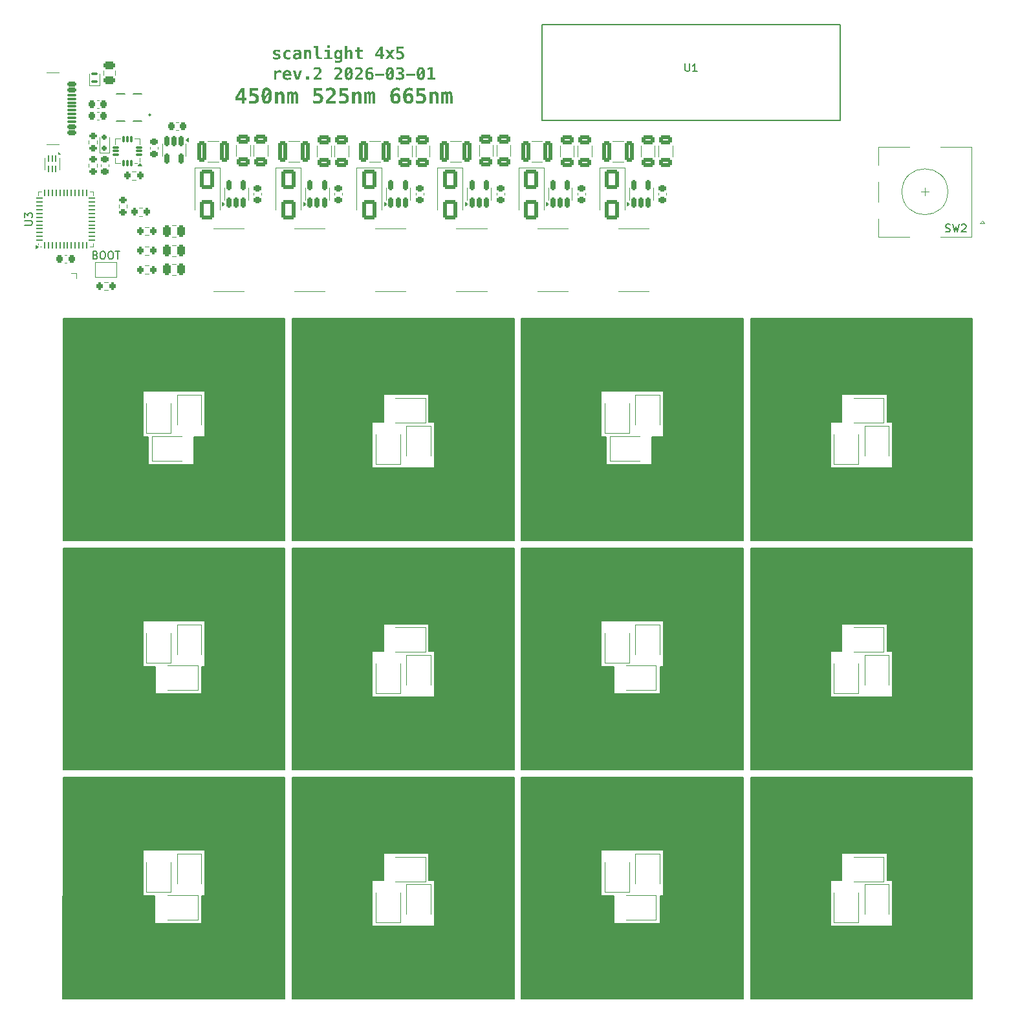
<source format=gto>
G04 #@! TF.GenerationSoftware,KiCad,Pcbnew,9.0.0*
G04 #@! TF.CreationDate,2025-03-20T12:53:00+01:00*
G04 #@! TF.ProjectId,backlight,6261636b-6c69-4676-9874-2e6b69636164,rev?*
G04 #@! TF.SameCoordinates,Original*
G04 #@! TF.FileFunction,Legend,Top*
G04 #@! TF.FilePolarity,Positive*
%FSLAX46Y46*%
G04 Gerber Fmt 4.6, Leading zero omitted, Abs format (unit mm)*
G04 Created by KiCad (PCBNEW 9.0.0) date 2025-03-20 12:53:00*
%MOMM*%
%LPD*%
G01*
G04 APERTURE LIST*
G04 Aperture macros list*
%AMRoundRect*
0 Rectangle with rounded corners*
0 $1 Rounding radius*
0 $2 $3 $4 $5 $6 $7 $8 $9 X,Y pos of 4 corners*
0 Add a 4 corners polygon primitive as box body*
4,1,4,$2,$3,$4,$5,$6,$7,$8,$9,$2,$3,0*
0 Add four circle primitives for the rounded corners*
1,1,$1+$1,$2,$3*
1,1,$1+$1,$4,$5*
1,1,$1+$1,$6,$7*
1,1,$1+$1,$8,$9*
0 Add four rect primitives between the rounded corners*
20,1,$1+$1,$2,$3,$4,$5,0*
20,1,$1+$1,$4,$5,$6,$7,0*
20,1,$1+$1,$6,$7,$8,$9,0*
20,1,$1+$1,$8,$9,$2,$3,0*%
%AMFreePoly0*
4,1,6,1.000000,0.000000,0.500000,-0.750000,-0.500000,-0.750000,-0.500000,0.750000,0.500000,0.750000,1.000000,0.000000,1.000000,0.000000,$1*%
%AMFreePoly1*
4,1,6,0.500000,-0.750000,-0.650000,-0.750000,-0.150000,0.000000,-0.650000,0.750000,0.500000,0.750000,0.500000,-0.750000,0.500000,-0.750000,$1*%
%AMFreePoly2*
4,1,13,-1.324998,2.199999,0.375002,2.199999,0.375002,-0.250001,-1.324998,-0.250001,-1.324998,-0.780001,-1.724998,-0.780001,-1.724998,-0.250001,-2.024998,-0.250001,-2.024998,2.199999,-1.724998,2.199999,-1.724998,2.729999,-1.324998,2.729999,-1.324998,2.199999,-1.324998,2.199999,$1*%
G04 Aperture macros list end*
%ADD10C,0.150000*%
%ADD11C,0.400000*%
%ADD12C,0.120000*%
%ADD13C,0.152400*%
%ADD14C,0.100000*%
%ADD15C,2.575000*%
%ADD16RoundRect,0.150000X0.150000X-0.512500X0.150000X0.512500X-0.150000X0.512500X-0.150000X-0.512500X0*%
%ADD17RoundRect,0.200000X0.200000X0.275000X-0.200000X0.275000X-0.200000X-0.275000X0.200000X-0.275000X0*%
%ADD18RoundRect,0.250000X-0.325000X-1.100000X0.325000X-1.100000X0.325000X1.100000X-0.325000X1.100000X0*%
%ADD19R,2.500000X2.200000*%
%ADD20R,1.550000X2.200000*%
%ADD21RoundRect,0.250000X-0.650000X1.000000X-0.650000X-1.000000X0.650000X-1.000000X0.650000X1.000000X0*%
%ADD22RoundRect,0.250000X-0.250000X-0.475000X0.250000X-0.475000X0.250000X0.475000X-0.250000X0.475000X0*%
%ADD23R,2.850000X6.600000*%
%ADD24R,2.200000X1.550000*%
%ADD25R,2.200000X2.500000*%
%ADD26RoundRect,0.225000X-0.250000X0.225000X-0.250000X-0.225000X0.250000X-0.225000X0.250000X0.225000X0*%
%ADD27RoundRect,0.250000X-0.625000X0.312500X-0.625000X-0.312500X0.625000X-0.312500X0.625000X0.312500X0*%
%ADD28C,2.200000*%
%ADD29RoundRect,0.200000X-0.275000X0.200000X-0.275000X-0.200000X0.275000X-0.200000X0.275000X0.200000X0*%
%ADD30RoundRect,0.200000X-0.200000X-0.275000X0.200000X-0.275000X0.200000X0.275000X-0.200000X0.275000X0*%
%ADD31RoundRect,0.062500X-0.062500X0.350000X-0.062500X-0.350000X0.062500X-0.350000X0.062500X0.350000X0*%
%ADD32FreePoly0,0.000000*%
%ADD33FreePoly1,0.000000*%
%ADD34RoundRect,0.150000X-0.200000X0.150000X-0.200000X-0.150000X0.200000X-0.150000X0.200000X0.150000X0*%
%ADD35RoundRect,0.225000X-0.225000X-0.250000X0.225000X-0.250000X0.225000X0.250000X-0.225000X0.250000X0*%
%ADD36R,0.750000X0.400000*%
%ADD37FreePoly2,180.000000*%
%ADD38R,0.127000X0.127000*%
%ADD39RoundRect,0.225000X0.225000X0.250000X-0.225000X0.250000X-0.225000X-0.250000X0.225000X-0.250000X0*%
%ADD40RoundRect,0.068750X0.368750X0.068750X-0.368750X0.068750X-0.368750X-0.068750X0.368750X-0.068750X0*%
%ADD41RoundRect,0.068750X0.068750X0.368750X-0.068750X0.368750X-0.068750X-0.368750X0.068750X-0.368750X0*%
%ADD42R,1.450000X1.450000*%
%ADD43C,0.990600*%
%ADD44C,0.787400*%
%ADD45RoundRect,0.062500X0.062500X-0.375000X0.062500X0.375000X-0.062500X0.375000X-0.062500X-0.375000X0*%
%ADD46RoundRect,0.062500X0.375000X-0.062500X0.375000X0.062500X-0.375000X0.062500X-0.375000X-0.062500X0*%
%ADD47R,5.600000X5.600000*%
%ADD48RoundRect,0.250000X-0.475000X0.250000X-0.475000X-0.250000X0.475000X-0.250000X0.475000X0.250000X0*%
%ADD49C,1.524000*%
%ADD50RoundRect,0.087500X0.312500X-0.087500X0.312500X0.087500X-0.312500X0.087500X-0.312500X-0.087500X0*%
%ADD51RoundRect,0.200000X0.275000X-0.200000X0.275000X0.200000X-0.275000X0.200000X-0.275000X-0.200000X0*%
%ADD52RoundRect,0.150000X-0.150000X0.512500X-0.150000X-0.512500X0.150000X-0.512500X0.150000X0.512500X0*%
%ADD53R,2.000000X2.000000*%
%ADD54C,2.000000*%
%ADD55R,3.200000X2.000000*%
%ADD56RoundRect,0.150000X-0.425000X0.150000X-0.425000X-0.150000X0.425000X-0.150000X0.425000X0.150000X0*%
%ADD57RoundRect,0.075000X-0.500000X0.075000X-0.500000X-0.075000X0.500000X-0.075000X0.500000X0.075000X0*%
%ADD58O,1.800000X1.200000*%
%ADD59O,2.200000X1.200000*%
G04 APERTURE END LIST*
D10*
X68000000Y-139850000D02*
X74150000Y-139850000D01*
X74150000Y-136250000D01*
X84950000Y-136250000D01*
X84950000Y-149750000D01*
X55950000Y-149750000D01*
X55950000Y-136250000D01*
X68000000Y-136250000D01*
X68000000Y-139850000D01*
G36*
X68000000Y-139850000D02*
G01*
X74150000Y-139850000D01*
X74150000Y-136250000D01*
X84950000Y-136250000D01*
X84950000Y-149750000D01*
X55950000Y-149750000D01*
X55950000Y-136250000D01*
X68000000Y-136250000D01*
X68000000Y-139850000D01*
G37*
X156400000Y-110250000D02*
X164600000Y-110250000D01*
X164600000Y-104250000D01*
X175000000Y-104250000D01*
X175000000Y-119750000D01*
X146000000Y-119750000D01*
X146000000Y-104250000D01*
X156400000Y-104250000D01*
X156400000Y-110250000D01*
G36*
X156400000Y-110250000D02*
G01*
X164600000Y-110250000D01*
X164600000Y-104250000D01*
X175000000Y-104250000D01*
X175000000Y-119750000D01*
X146000000Y-119750000D01*
X146000000Y-104250000D01*
X156400000Y-104250000D01*
X156400000Y-110250000D01*
G37*
X85000000Y-106250000D02*
X74600000Y-106250000D01*
X74600000Y-100250000D01*
X66400000Y-100250000D01*
X66400000Y-106250000D01*
X56000000Y-106250000D01*
X56000000Y-90750000D01*
X85000000Y-90750000D01*
X85000000Y-106250000D01*
G36*
X85000000Y-106250000D02*
G01*
X74600000Y-106250000D01*
X74600000Y-100250000D01*
X66400000Y-100250000D01*
X66400000Y-106250000D01*
X56000000Y-106250000D01*
X56000000Y-90750000D01*
X85000000Y-90750000D01*
X85000000Y-106250000D01*
G37*
X156400000Y-140250000D02*
X164600001Y-140249999D01*
X164600001Y-134250000D01*
X175000001Y-134250000D01*
X175000001Y-149749999D01*
X146000000Y-149750000D01*
X146000000Y-134250000D01*
X156400000Y-134250000D01*
X156400000Y-140250000D01*
G36*
X156400000Y-140250000D02*
G01*
X164600001Y-140249999D01*
X164600001Y-134250000D01*
X175000001Y-134250000D01*
X175000001Y-149749999D01*
X146000000Y-149750000D01*
X146000000Y-134250000D01*
X156400000Y-134250000D01*
X156400000Y-140250000D01*
G37*
X128050000Y-139850000D02*
X134150000Y-139850000D01*
X134150000Y-136250000D01*
X145000000Y-136250000D01*
X145000000Y-149750000D01*
X116000000Y-149750000D01*
X116000000Y-136250000D01*
X128050000Y-136250000D01*
X128050000Y-139850000D01*
G36*
X128050000Y-139850000D02*
G01*
X134150000Y-139850000D01*
X134150000Y-136250000D01*
X145000000Y-136250000D01*
X145000000Y-149750000D01*
X116000000Y-149750000D01*
X116000000Y-136250000D01*
X128050000Y-136250000D01*
X128050000Y-139850000D01*
G37*
X175000000Y-104250000D02*
X163900000Y-104250000D01*
X163900000Y-100650000D01*
X157900000Y-100650000D01*
X157900000Y-104250000D01*
X146000000Y-104250000D01*
X146000000Y-90750000D01*
X175000000Y-90750000D01*
X175000000Y-104250000D01*
G36*
X175000000Y-104250000D02*
G01*
X163900000Y-104250000D01*
X163900000Y-100650000D01*
X157900000Y-100650000D01*
X157900000Y-104250000D01*
X146000000Y-104250000D01*
X146000000Y-90750000D01*
X175000000Y-90750000D01*
X175000000Y-104250000D01*
G37*
X67100000Y-79850000D02*
X73100000Y-79850000D01*
X73100000Y-76250000D01*
X85000000Y-76250000D01*
X85000000Y-89750000D01*
X56000000Y-89750000D01*
X56000000Y-76250000D01*
X67100000Y-76250000D01*
X67100000Y-79850000D01*
G36*
X67100000Y-79850000D02*
G01*
X73100000Y-79850000D01*
X73100000Y-76250000D01*
X85000000Y-76250000D01*
X85000000Y-89750000D01*
X56000000Y-89750000D01*
X56000000Y-76250000D01*
X67100000Y-76250000D01*
X67100000Y-79850000D01*
G37*
X96400000Y-80250000D02*
X104600000Y-80250000D01*
X104600000Y-74250000D01*
X115000000Y-74250000D01*
X115000000Y-89750000D01*
X86000000Y-89750000D01*
X86000000Y-74250000D01*
X96400000Y-74250000D01*
X96400000Y-80250000D01*
G36*
X96400000Y-80250000D02*
G01*
X104600000Y-80250000D01*
X104600000Y-74250000D01*
X115000000Y-74250000D01*
X115000000Y-89750000D01*
X86000000Y-89750000D01*
X86000000Y-74250000D01*
X96400000Y-74250000D01*
X96400000Y-80250000D01*
G37*
X96400000Y-110250000D02*
X104600000Y-110250000D01*
X104600000Y-104250000D01*
X115000000Y-104250000D01*
X115000000Y-119750000D01*
X86000000Y-119750000D01*
X86000000Y-104250000D01*
X96400000Y-104250000D01*
X96400000Y-110250000D01*
G36*
X96400000Y-110250000D02*
G01*
X104600000Y-110250000D01*
X104600000Y-104250000D01*
X115000000Y-104250000D01*
X115000000Y-119750000D01*
X86000000Y-119750000D01*
X86000000Y-104250000D01*
X96400000Y-104250000D01*
X96400000Y-110250000D01*
G37*
X145000000Y-106250000D02*
X134600000Y-106250000D01*
X134600000Y-100250000D01*
X126400000Y-100250000D01*
X126400000Y-106250000D01*
X116000000Y-106250000D01*
X116000000Y-90750000D01*
X145000000Y-90750000D01*
X145000000Y-106250000D01*
G36*
X145000000Y-106250000D02*
G01*
X134600000Y-106250000D01*
X134600000Y-100250000D01*
X126400000Y-100250000D01*
X126400000Y-106250000D01*
X116000000Y-106250000D01*
X116000000Y-90750000D01*
X145000000Y-90750000D01*
X145000000Y-106250000D01*
G37*
X115000000Y-104250000D02*
X103900000Y-104250000D01*
X103900001Y-100650000D01*
X97900000Y-100650000D01*
X97899999Y-104250000D01*
X86000000Y-104250000D01*
X86000000Y-90750000D01*
X115000000Y-90750000D01*
X115000000Y-104250000D01*
G36*
X115000000Y-104250000D02*
G01*
X103900000Y-104250000D01*
X103900001Y-100650000D01*
X97900000Y-100650000D01*
X97899999Y-104250000D01*
X86000000Y-104250000D01*
X86000000Y-90750000D01*
X115000000Y-90750000D01*
X115000000Y-104250000D01*
G37*
X115000000Y-74250000D02*
X103900001Y-74250000D01*
X103900000Y-70650000D01*
X97899999Y-70650000D01*
X97900000Y-74250000D01*
X86000000Y-74250000D01*
X86000000Y-60750000D01*
X115000000Y-60750000D01*
X115000000Y-74250000D01*
G36*
X115000000Y-74250000D02*
G01*
X103900001Y-74250000D01*
X103900000Y-70650000D01*
X97899999Y-70650000D01*
X97900000Y-74250000D01*
X86000000Y-74250000D01*
X86000000Y-60750000D01*
X115000000Y-60750000D01*
X115000000Y-74250000D01*
G37*
X145000000Y-76250000D02*
X134600000Y-76250000D01*
X134600000Y-70250000D01*
X126400000Y-70250000D01*
X126400000Y-76250000D01*
X116000000Y-76250000D01*
X116000000Y-60750000D01*
X145000000Y-60750000D01*
X145000000Y-76250000D01*
G36*
X145000000Y-76250000D02*
G01*
X134600000Y-76250000D01*
X134600000Y-70250000D01*
X126400000Y-70250000D01*
X126400000Y-76250000D01*
X116000000Y-76250000D01*
X116000000Y-60750000D01*
X145000000Y-60750000D01*
X145000000Y-76250000D01*
G37*
X68050000Y-109850000D02*
X74150000Y-109850000D01*
X74150000Y-106250000D01*
X85000000Y-106250000D01*
X85000000Y-119750000D01*
X56000000Y-119750000D01*
X56000000Y-106250000D01*
X68050000Y-106250000D01*
X68050000Y-109850000D01*
G36*
X68050000Y-109850000D02*
G01*
X74150000Y-109850000D01*
X74150000Y-106250000D01*
X85000000Y-106250000D01*
X85000000Y-119750000D01*
X56000000Y-119750000D01*
X56000000Y-106250000D01*
X68050000Y-106250000D01*
X68050000Y-109850000D01*
G37*
X85000000Y-76250000D02*
X74600000Y-76250000D01*
X74600000Y-70250000D01*
X66400000Y-70250000D01*
X66400000Y-76250000D01*
X56000000Y-76250000D01*
X56000000Y-60750000D01*
X85000000Y-60750000D01*
X85000000Y-76250000D01*
G36*
X85000000Y-76250000D02*
G01*
X74600000Y-76250000D01*
X74600000Y-70250000D01*
X66400000Y-70250000D01*
X66400000Y-76250000D01*
X56000000Y-76250000D01*
X56000000Y-60750000D01*
X85000000Y-60750000D01*
X85000000Y-76250000D01*
G37*
X175000000Y-74250000D02*
X163900000Y-74250000D01*
X163900000Y-70650000D01*
X157900000Y-70650000D01*
X157900000Y-74250000D01*
X146000000Y-74250000D01*
X146000000Y-60750000D01*
X175000000Y-60750000D01*
X175000000Y-74250000D01*
G36*
X175000000Y-74250000D02*
G01*
X163900000Y-74250000D01*
X163900000Y-70650000D01*
X157900000Y-70650000D01*
X157900000Y-74250000D01*
X146000000Y-74250000D01*
X146000000Y-60750000D01*
X175000000Y-60750000D01*
X175000000Y-74250000D01*
G37*
X115000000Y-134250000D02*
X103900000Y-134250000D01*
X103900001Y-130650000D01*
X97900000Y-130650000D01*
X97899999Y-134250000D01*
X86000000Y-134250000D01*
X86000000Y-120750000D01*
X115000000Y-120750000D01*
X115000000Y-134250000D01*
G36*
X115000000Y-134250000D02*
G01*
X103900000Y-134250000D01*
X103900001Y-130650000D01*
X97900000Y-130650000D01*
X97899999Y-134250000D01*
X86000000Y-134250000D01*
X86000000Y-120750000D01*
X115000000Y-120750000D01*
X115000000Y-134250000D01*
G37*
X85000000Y-136250000D02*
X74600000Y-136250000D01*
X74600000Y-130250000D01*
X66400000Y-130250000D01*
X66400000Y-136250000D01*
X56000000Y-136250000D01*
X56000000Y-120750000D01*
X85000000Y-120750000D01*
X85000000Y-136250000D01*
G36*
X85000000Y-136250000D02*
G01*
X74600000Y-136250000D01*
X74600000Y-130250000D01*
X66400000Y-130250000D01*
X66400000Y-136250000D01*
X56000000Y-136250000D01*
X56000000Y-120750000D01*
X85000000Y-120750000D01*
X85000000Y-136250000D01*
G37*
X96400000Y-140250000D02*
X104600000Y-140250000D01*
X104600000Y-134250000D01*
X115000000Y-134250000D01*
X115000000Y-149750000D01*
X86000000Y-149750000D01*
X86000000Y-134250000D01*
X96400000Y-134250000D01*
X96400000Y-140250000D01*
G36*
X96400000Y-140250000D02*
G01*
X104600000Y-140250000D01*
X104600000Y-134250000D01*
X115000000Y-134250000D01*
X115000000Y-149750000D01*
X86000000Y-149750000D01*
X86000000Y-134250000D01*
X96400000Y-134250000D01*
X96400000Y-140250000D01*
G37*
X175000001Y-134250000D02*
X163900000Y-134250000D01*
X163900000Y-130650000D01*
X157900001Y-130649999D01*
X157900001Y-134250000D01*
X146000000Y-134250000D01*
X146000000Y-120750000D01*
X175000001Y-120750000D01*
X175000001Y-134250000D01*
G36*
X175000001Y-134250000D02*
G01*
X163900000Y-134250000D01*
X163900000Y-130650000D01*
X157900001Y-130649999D01*
X157900001Y-134250000D01*
X146000000Y-134250000D01*
X146000000Y-120750000D01*
X175000001Y-120750000D01*
X175000001Y-134250000D01*
G37*
X128050000Y-109850000D02*
X134150000Y-109850000D01*
X134150000Y-106250000D01*
X145000000Y-106250000D01*
X145000000Y-119750000D01*
X116000000Y-119750000D01*
X116000000Y-106250000D01*
X128050000Y-106250000D01*
X128050000Y-109850000D01*
G36*
X128050000Y-109850000D02*
G01*
X134150000Y-109850000D01*
X134150000Y-106250000D01*
X145000000Y-106250000D01*
X145000000Y-119750000D01*
X116000000Y-119750000D01*
X116000000Y-106250000D01*
X128050000Y-106250000D01*
X128050000Y-109850000D01*
G37*
X127100000Y-79850000D02*
X133100000Y-79850000D01*
X133100000Y-76250000D01*
X145000000Y-76250000D01*
X145000000Y-89750000D01*
X116000000Y-89750000D01*
X116000000Y-76250000D01*
X127100000Y-76250000D01*
X127100000Y-79850000D01*
G36*
X127100000Y-79850000D02*
G01*
X133100000Y-79850000D01*
X133100000Y-76250000D01*
X145000000Y-76250000D01*
X145000000Y-89750000D01*
X116000000Y-89750000D01*
X116000000Y-76250000D01*
X127100000Y-76250000D01*
X127100000Y-79850000D01*
G37*
X156400000Y-80250000D02*
X164600000Y-80250000D01*
X164600000Y-74250000D01*
X175000000Y-74250000D01*
X175000000Y-89750000D01*
X146000000Y-89750000D01*
X146000000Y-74250000D01*
X156400000Y-74250000D01*
X156400000Y-80250000D01*
G36*
X156400000Y-80250000D02*
G01*
X164600000Y-80250000D01*
X164600000Y-74250000D01*
X175000000Y-74250000D01*
X175000000Y-89750000D01*
X146000000Y-89750000D01*
X146000000Y-74250000D01*
X156400000Y-74250000D01*
X156400000Y-80250000D01*
G37*
X145000000Y-136250000D02*
X134600000Y-136250000D01*
X134600000Y-130250000D01*
X126400000Y-130250000D01*
X126400000Y-136250000D01*
X116000000Y-136250000D01*
X116000000Y-120750000D01*
X145000000Y-120750000D01*
X145000000Y-136250000D01*
G36*
X145000000Y-136250000D02*
G01*
X134600000Y-136250000D01*
X134600000Y-130250000D01*
X126400000Y-130250000D01*
X126400000Y-136250000D01*
X116000000Y-136250000D01*
X116000000Y-120750000D01*
X145000000Y-120750000D01*
X145000000Y-136250000D01*
G37*
D11*
G36*
X84358168Y-25627002D02*
G01*
X84358168Y-25908370D01*
X84267220Y-25856448D01*
X84174009Y-25819563D01*
X84077745Y-25796995D01*
X83982131Y-25789570D01*
X83882535Y-25798633D01*
X83820345Y-25821224D01*
X83789680Y-25846033D01*
X83771897Y-25876615D01*
X83765732Y-25914916D01*
X83775349Y-25949561D01*
X83808146Y-25984510D01*
X83876582Y-26021402D01*
X83999619Y-26059214D01*
X84011636Y-26062536D01*
X84103471Y-26084323D01*
X84216292Y-26120403D01*
X84299714Y-26165457D01*
X84359731Y-26218265D01*
X84403632Y-26284215D01*
X84431280Y-26366018D01*
X84441210Y-26467979D01*
X84432629Y-26560924D01*
X84408571Y-26637120D01*
X84370267Y-26699948D01*
X84317135Y-26751692D01*
X84253919Y-26789982D01*
X84173344Y-26819584D01*
X84071539Y-26839110D01*
X83943932Y-26846263D01*
X83833015Y-26841643D01*
X83717665Y-26827505D01*
X83601884Y-26804271D01*
X83482704Y-26771231D01*
X83482704Y-26489863D01*
X83590523Y-26543920D01*
X83698517Y-26582871D01*
X83808044Y-26607118D01*
X83911106Y-26614916D01*
X84015879Y-26605496D01*
X84081587Y-26581992D01*
X84114344Y-26556049D01*
X84133093Y-26524783D01*
X84139521Y-26486346D01*
X84128831Y-26430972D01*
X84098489Y-26391873D01*
X84042393Y-26362690D01*
X83903485Y-26321531D01*
X83814972Y-26301894D01*
X83695702Y-26265789D01*
X83608687Y-26221796D01*
X83547086Y-26171371D01*
X83501439Y-26107544D01*
X83473071Y-26029530D01*
X83462969Y-25933381D01*
X83471486Y-25846922D01*
X83495758Y-25773676D01*
X83535168Y-25710947D01*
X83590854Y-25656995D01*
X83656443Y-25616153D01*
X83736270Y-25585304D01*
X83833154Y-25565392D01*
X83950478Y-25558224D01*
X84054084Y-25562514D01*
X84157595Y-25575418D01*
X84259542Y-25596955D01*
X84358168Y-25627002D01*
G37*
G36*
X85782103Y-26752473D02*
G01*
X85698462Y-26793403D01*
X85608300Y-26822815D01*
X85513224Y-26840238D01*
X85408314Y-26846263D01*
X85294527Y-26838690D01*
X85195381Y-26817107D01*
X85108652Y-26782649D01*
X85032518Y-26735663D01*
X84965648Y-26675683D01*
X84898302Y-26586320D01*
X84848705Y-26480160D01*
X84817290Y-26353905D01*
X84806109Y-26203318D01*
X84817361Y-26052225D01*
X84848980Y-25925554D01*
X84898908Y-25819046D01*
X84966723Y-25729389D01*
X85034044Y-25669149D01*
X85110532Y-25621990D01*
X85197499Y-25587433D01*
X85296745Y-25565806D01*
X85410464Y-25558224D01*
X85507570Y-25564025D01*
X85600094Y-25581182D01*
X85690246Y-25609942D01*
X85782103Y-25652013D01*
X85782103Y-25945886D01*
X85708454Y-25892350D01*
X85628524Y-25853171D01*
X85543396Y-25828916D01*
X85455307Y-25820833D01*
X85378355Y-25827659D01*
X85314133Y-25846908D01*
X85260182Y-25877664D01*
X85214776Y-25920289D01*
X85170130Y-25991290D01*
X85141252Y-26083622D01*
X85130659Y-26203318D01*
X85141277Y-26323007D01*
X85170172Y-26414933D01*
X85214776Y-26485272D01*
X85260112Y-26527385D01*
X85314036Y-26557819D01*
X85378282Y-26576887D01*
X85455307Y-26583653D01*
X85545953Y-26575778D01*
X85629110Y-26552683D01*
X85706858Y-26514258D01*
X85782103Y-26458600D01*
X85782103Y-26752473D01*
G37*
G36*
X86794340Y-25567805D02*
G01*
X86910353Y-25593408D01*
X86996822Y-25631440D01*
X87060080Y-25680052D01*
X87107801Y-25743648D01*
X87145570Y-25832409D01*
X87171252Y-25953543D01*
X87180931Y-26115879D01*
X87180931Y-26815000D01*
X86862829Y-26815000D01*
X86862829Y-26680275D01*
X86796868Y-26750713D01*
X86714134Y-26803178D01*
X86619853Y-26835265D01*
X86514148Y-26846263D01*
X86409992Y-26838498D01*
X86322979Y-26816713D01*
X86250099Y-26782366D01*
X86189012Y-26735767D01*
X86139440Y-26677062D01*
X86103367Y-26607638D01*
X86080695Y-26525358D01*
X86074073Y-26444630D01*
X86413618Y-26444630D01*
X86419488Y-26498377D01*
X86436016Y-26542053D01*
X86462759Y-26577889D01*
X86498396Y-26604823D01*
X86542079Y-26621490D01*
X86596116Y-26627421D01*
X86675755Y-26616291D01*
X86740088Y-26584491D01*
X86792878Y-26531092D01*
X86829812Y-26463239D01*
X86853950Y-26375247D01*
X86862829Y-26261741D01*
X86862829Y-26239759D01*
X86734944Y-26239759D01*
X86614657Y-26246404D01*
X86534946Y-26263102D01*
X86484644Y-26286067D01*
X86446511Y-26322344D01*
X86422500Y-26373439D01*
X86413618Y-26444630D01*
X86074073Y-26444630D01*
X86072655Y-26427337D01*
X86082356Y-26321809D01*
X86109402Y-26236384D01*
X86152225Y-26166943D01*
X86211385Y-26110701D01*
X86281795Y-26069736D01*
X86373410Y-26037672D01*
X86491194Y-26016300D01*
X86640959Y-26008412D01*
X86862829Y-26008412D01*
X86862829Y-25956144D01*
X86856174Y-25906323D01*
X86837454Y-25867308D01*
X86806556Y-25836465D01*
X86766864Y-25815287D01*
X86713032Y-25801129D01*
X86640959Y-25795823D01*
X86527587Y-25803345D01*
X86418503Y-25825718D01*
X86311143Y-25863299D01*
X86193897Y-25920875D01*
X86193897Y-25645760D01*
X86301153Y-25606673D01*
X86409221Y-25579619D01*
X86520460Y-25563698D01*
X86640959Y-25558224D01*
X86794340Y-25567805D01*
G37*
G36*
X88487923Y-26019842D02*
G01*
X88487923Y-26815000D01*
X88169822Y-26815000D01*
X88169822Y-26069082D01*
X88164548Y-25979916D01*
X88151076Y-25918732D01*
X88132110Y-25878279D01*
X88102736Y-25847119D01*
X88062951Y-25827849D01*
X88009207Y-25820833D01*
X87955808Y-25829426D01*
X87911229Y-25854614D01*
X87873115Y-25898503D01*
X87846992Y-25952630D01*
X87829753Y-26023042D01*
X87823387Y-26113925D01*
X87823387Y-26815000D01*
X87505286Y-26815000D01*
X87505286Y-25589487D01*
X87823387Y-25589487D01*
X87823387Y-25773646D01*
X87851933Y-25709242D01*
X87890407Y-25656784D01*
X87939256Y-25614595D01*
X87996289Y-25583837D01*
X88061598Y-25564855D01*
X88137093Y-25558224D01*
X88222342Y-25566190D01*
X88292633Y-25588588D01*
X88350982Y-25624378D01*
X88399410Y-25674190D01*
X88435354Y-25733363D01*
X88463052Y-25808290D01*
X88481267Y-25902422D01*
X88487923Y-26019842D01*
G37*
G36*
X89087784Y-26305704D02*
G01*
X89087784Y-25358140D01*
X88763136Y-25358140D01*
X88763136Y-25114288D01*
X89408035Y-25114288D01*
X89408035Y-26305704D01*
X89414285Y-26402137D01*
X89430235Y-26467793D01*
X89452780Y-26510868D01*
X89487190Y-26542853D01*
X89536104Y-26563446D01*
X89604699Y-26571147D01*
X89860471Y-26571147D01*
X89860471Y-26815000D01*
X89515111Y-26815000D01*
X89400079Y-26806237D01*
X89310334Y-26782365D01*
X89240694Y-26745818D01*
X89187240Y-26697274D01*
X89147777Y-26636871D01*
X89116631Y-26555339D01*
X89095626Y-26447149D01*
X89087784Y-26305704D01*
G37*
G36*
X90253702Y-25589487D02*
G01*
X90887658Y-25589487D01*
X90887658Y-26571147D01*
X91285481Y-26571147D01*
X91285481Y-26815000D01*
X90168510Y-26815000D01*
X90168510Y-26571147D01*
X90567407Y-26571147D01*
X90567407Y-25833339D01*
X90253702Y-25833339D01*
X90253702Y-25589487D01*
G37*
G36*
X90567407Y-24995488D02*
G01*
X90887658Y-24995488D01*
X90887658Y-25370645D01*
X90567407Y-25370645D01*
X90567407Y-24995488D01*
G37*
G36*
X91990025Y-25563895D02*
G01*
X92051944Y-25580389D01*
X92108384Y-25607463D01*
X92158824Y-25644445D01*
X92201650Y-25690384D01*
X92237344Y-25746290D01*
X92237344Y-25589487D01*
X92557595Y-25589487D01*
X92557595Y-26725118D01*
X92547526Y-26873891D01*
X92520210Y-26989768D01*
X92478813Y-27079290D01*
X92424727Y-27147658D01*
X92355277Y-27200370D01*
X92264075Y-27240926D01*
X92145738Y-27267779D01*
X91993590Y-27277693D01*
X91893398Y-27273849D01*
X91794581Y-27262355D01*
X91696295Y-27243089D01*
X91594595Y-27215167D01*
X91594595Y-26921294D01*
X91686948Y-26966043D01*
X91779340Y-26996814D01*
X91874418Y-27015171D01*
X91972780Y-27021336D01*
X92061059Y-27013198D01*
X92125842Y-26991440D01*
X92172864Y-26958321D01*
X92206837Y-26912098D01*
X92229050Y-26848438D01*
X92237344Y-26761657D01*
X92237344Y-26627909D01*
X92201728Y-26682938D01*
X92160292Y-26726305D01*
X92112683Y-26759410D01*
X92059336Y-26782648D01*
X91996921Y-26797306D01*
X91923639Y-26802494D01*
X91822438Y-26791850D01*
X91734907Y-26761168D01*
X91658094Y-26710608D01*
X91590198Y-26638070D01*
X91538709Y-26553763D01*
X91500160Y-26453393D01*
X91475510Y-26333965D01*
X91466709Y-26191887D01*
X91467248Y-26182899D01*
X91786960Y-26182899D01*
X91794746Y-26292439D01*
X91816047Y-26379213D01*
X91848705Y-26447658D01*
X91895989Y-26503932D01*
X91949260Y-26535546D01*
X92011078Y-26546137D01*
X92073529Y-26535481D01*
X92127313Y-26503693D01*
X92175013Y-26447170D01*
X92208052Y-26378323D01*
X92229521Y-26291653D01*
X92237344Y-26182899D01*
X92229539Y-26074952D01*
X92208085Y-25988671D01*
X92175013Y-25919898D01*
X92127306Y-25863313D01*
X92073522Y-25831497D01*
X92011078Y-25820833D01*
X91949260Y-25831424D01*
X91895989Y-25863039D01*
X91848705Y-25919312D01*
X91816011Y-25987745D01*
X91794727Y-26074167D01*
X91786960Y-26182899D01*
X91467248Y-26182899D01*
X91475534Y-26044591D01*
X91500237Y-25920737D01*
X91538811Y-25816663D01*
X91590198Y-25729291D01*
X91658519Y-25653322D01*
X91735154Y-25600803D01*
X91821805Y-25569154D01*
X91921392Y-25558224D01*
X91990025Y-25563895D01*
G37*
G36*
X93877679Y-26018084D02*
G01*
X93877679Y-26815000D01*
X93559577Y-26815000D01*
X93559577Y-26067421D01*
X93554307Y-25978863D01*
X93540838Y-25918086D01*
X93521866Y-25877889D01*
X93492524Y-25846963D01*
X93452742Y-25827811D01*
X93398963Y-25820833D01*
X93344851Y-25829442D01*
X93300108Y-25854558D01*
X93262285Y-25898112D01*
X93236476Y-25951941D01*
X93219437Y-26021972D01*
X93213143Y-26112362D01*
X93213143Y-26815000D01*
X92895041Y-26815000D01*
X92895041Y-25114288D01*
X93213143Y-25114288D01*
X93213143Y-25771594D01*
X93241657Y-25707853D01*
X93280119Y-25655869D01*
X93329012Y-25614009D01*
X93386007Y-25583586D01*
X93451319Y-25564792D01*
X93526849Y-25558224D01*
X93612125Y-25566169D01*
X93682425Y-25588503D01*
X93740763Y-25624175D01*
X93789166Y-25673799D01*
X93825119Y-25732748D01*
X93852815Y-25807381D01*
X93871025Y-25901136D01*
X93877679Y-26018084D01*
G37*
G36*
X94808635Y-25239340D02*
G01*
X94808635Y-25589487D01*
X95227267Y-25589487D01*
X95227267Y-25833339D01*
X94808635Y-25833339D01*
X94808635Y-26416981D01*
X94813840Y-26470546D01*
X94827618Y-26508681D01*
X94848496Y-26535390D01*
X94877500Y-26553744D01*
X94920177Y-26566309D01*
X94981364Y-26571147D01*
X95227267Y-26571147D01*
X95227267Y-26815000D01*
X94958405Y-26815000D01*
X94813800Y-26807630D01*
X94709241Y-26788406D01*
X94635712Y-26760850D01*
X94585690Y-26727170D01*
X94547165Y-26680595D01*
X94516817Y-26614808D01*
X94496181Y-26524153D01*
X94488384Y-26401545D01*
X94488384Y-25833339D01*
X94175851Y-25833339D01*
X94175851Y-25589487D01*
X94488384Y-25589487D01*
X94488384Y-25239340D01*
X94808635Y-25239340D01*
G37*
G36*
X97817219Y-26183485D02*
G01*
X97996493Y-26183485D01*
X97996493Y-26458600D01*
X97817219Y-26458600D01*
X97817219Y-26815000D01*
X97507909Y-26815000D01*
X97507909Y-26458600D01*
X96860861Y-26458600D01*
X96860861Y-26183485D01*
X97095823Y-26183485D01*
X97507909Y-26183485D01*
X97507909Y-25540540D01*
X97095823Y-26183485D01*
X96860861Y-26183485D01*
X96860861Y-26147044D01*
X97479480Y-25183066D01*
X97817219Y-25183066D01*
X97817219Y-26183485D01*
G37*
G36*
X99348328Y-25589487D02*
G01*
X98936242Y-26175963D01*
X99384378Y-26815000D01*
X99010589Y-26815000D01*
X98770157Y-26402522D01*
X98530799Y-26815000D01*
X98156912Y-26815000D01*
X98609445Y-26175963D01*
X98193060Y-25589487D01*
X98566849Y-25589487D01*
X98770157Y-25954972D01*
X98974539Y-25589487D01*
X99348328Y-25589487D01*
G37*
G36*
X99655195Y-25183066D02*
G01*
X100541601Y-25183066D01*
X100541601Y-25464434D01*
X99916437Y-25464434D01*
X99916437Y-25769054D01*
X100000554Y-25746681D01*
X100095711Y-25739549D01*
X100214921Y-25749766D01*
X100318442Y-25779034D01*
X100409150Y-25826438D01*
X100489138Y-25892641D01*
X100554241Y-25973550D01*
X100600981Y-26065345D01*
X100629886Y-26170130D01*
X100639982Y-26290757D01*
X100628932Y-26417093D01*
X100597509Y-26524739D01*
X100546932Y-26617201D01*
X100476535Y-26696981D01*
X100391118Y-26760143D01*
X100290516Y-26806555D01*
X100171803Y-26835864D01*
X100031231Y-26846263D01*
X99926175Y-26841999D01*
X99819131Y-26829068D01*
X99711948Y-26807808D01*
X99600582Y-26777484D01*
X99600582Y-26489863D01*
X99692847Y-26528269D01*
X99786891Y-26555516D01*
X99882905Y-26571954D01*
X99978768Y-26577400D01*
X100090343Y-26568044D01*
X100174614Y-26542828D01*
X100237763Y-26504420D01*
X100285869Y-26450028D01*
X100315602Y-26380716D01*
X100326277Y-26291831D01*
X100316042Y-26210105D01*
X100286789Y-26142572D01*
X100238251Y-26085886D01*
X100175515Y-26044004D01*
X100098656Y-26017781D01*
X100003876Y-26008412D01*
X99917755Y-26013834D01*
X99830561Y-26030296D01*
X99744353Y-26057255D01*
X99655195Y-26095949D01*
X99655195Y-25183066D01*
G37*
G36*
X84533046Y-28615128D02*
G01*
X84476302Y-28571505D01*
X84410045Y-28540096D01*
X84337310Y-28521522D01*
X84255488Y-28515086D01*
X84158087Y-28524509D01*
X84077777Y-28551039D01*
X84010120Y-28595357D01*
X83960345Y-28655379D01*
X83938570Y-28700428D01*
X83923709Y-28756984D01*
X83916409Y-28824350D01*
X83913353Y-28938115D01*
X83913353Y-29503000D01*
X83593101Y-29503000D01*
X83593101Y-28277487D01*
X83913353Y-28277487D01*
X83913353Y-28464284D01*
X83950507Y-28399755D01*
X83998267Y-28346451D01*
X84057554Y-28303181D01*
X84124540Y-28272079D01*
X84199786Y-28252891D01*
X84284993Y-28246224D01*
X84349952Y-28250216D01*
X84413367Y-28262148D01*
X84474718Y-28281769D01*
X84533046Y-28308750D01*
X84533046Y-28615128D01*
G37*
G36*
X85440221Y-28257379D02*
G01*
X85552980Y-28288808D01*
X85647873Y-28338798D01*
X85727882Y-28407521D01*
X85791031Y-28491922D01*
X85837801Y-28593342D01*
X85867589Y-28715192D01*
X85878237Y-28861813D01*
X85878237Y-28990285D01*
X85048691Y-28990285D01*
X85059721Y-29083120D01*
X85088590Y-29153420D01*
X85133883Y-29206586D01*
X85194199Y-29244005D01*
X85275870Y-29268696D01*
X85385355Y-29277905D01*
X85494781Y-29270061D01*
X85602829Y-29246447D01*
X85709656Y-29206994D01*
X85826946Y-29146600D01*
X85826946Y-29440473D01*
X85714066Y-29481602D01*
X85599605Y-29510815D01*
X85481777Y-29528274D01*
X85354776Y-29534263D01*
X85229714Y-29526685D01*
X85122701Y-29505301D01*
X85031043Y-29471605D01*
X84952472Y-29426338D01*
X84885244Y-29369448D01*
X84829356Y-29301458D01*
X84784786Y-29221993D01*
X84751556Y-29129284D01*
X84730449Y-29021060D01*
X84722969Y-28894639D01*
X84733231Y-28753760D01*
X85052013Y-28753760D01*
X85555837Y-28752685D01*
X85546661Y-28670666D01*
X85524424Y-28608370D01*
X85490771Y-28561297D01*
X85444850Y-28526578D01*
X85384568Y-28504431D01*
X85305537Y-28496328D01*
X85234754Y-28504304D01*
X85177083Y-28526823D01*
X85129584Y-28563446D01*
X85093229Y-28611896D01*
X85067033Y-28674180D01*
X85052013Y-28753760D01*
X84733231Y-28753760D01*
X84733880Y-28744847D01*
X84764617Y-28618384D01*
X84813235Y-28511281D01*
X84879284Y-28420418D01*
X84945264Y-28358560D01*
X85019485Y-28310516D01*
X85103105Y-28275564D01*
X85197772Y-28253817D01*
X85305537Y-28246224D01*
X85440221Y-28257379D01*
G37*
G36*
X87230073Y-28277487D02*
G01*
X86840945Y-29503000D01*
X86446444Y-29503000D01*
X86057316Y-28277487D01*
X86381964Y-28277487D01*
X86643206Y-29233844D01*
X86905523Y-28277487D01*
X87230073Y-28277487D01*
G37*
G36*
X87808049Y-29102832D02*
G01*
X88172069Y-29102832D01*
X88172069Y-29503000D01*
X87808049Y-29503000D01*
X87808049Y-29102832D01*
G37*
G36*
X89139075Y-29221632D02*
G01*
X89826570Y-29221632D01*
X89826570Y-29503000D01*
X88790491Y-29503000D01*
X88790491Y-29230327D01*
X88965369Y-29044214D01*
X89343555Y-28635840D01*
X89417352Y-28542369D01*
X89461573Y-28468973D01*
X89488908Y-28395335D01*
X89497623Y-28324967D01*
X89489630Y-28254855D01*
X89467352Y-28199633D01*
X89431482Y-28155854D01*
X89383981Y-28123992D01*
X89322819Y-28103597D01*
X89244099Y-28096161D01*
X89155782Y-28103988D01*
X89050073Y-28129769D01*
X88942524Y-28169941D01*
X88825467Y-28227466D01*
X88825467Y-27927340D01*
X88942405Y-27889375D01*
X89054371Y-27862274D01*
X89165535Y-27845273D01*
X89269207Y-27839803D01*
X89399418Y-27848420D01*
X89508450Y-27872547D01*
X89599798Y-27910344D01*
X89676311Y-27961046D01*
X89740816Y-28026760D01*
X89786503Y-28102297D01*
X89814594Y-28189610D01*
X89824420Y-28291653D01*
X89816230Y-28385875D01*
X89792180Y-28472588D01*
X89750950Y-28557199D01*
X89681196Y-28660166D01*
X89597016Y-28755530D01*
X89363192Y-28995756D01*
X89139075Y-29221632D01*
G37*
G36*
X91833953Y-29221632D02*
G01*
X92521448Y-29221632D01*
X92521448Y-29503000D01*
X91485369Y-29503000D01*
X91485369Y-29230327D01*
X91660247Y-29044214D01*
X92038433Y-28635840D01*
X92112230Y-28542369D01*
X92156451Y-28468973D01*
X92183785Y-28395335D01*
X92192501Y-28324967D01*
X92184508Y-28254855D01*
X92162230Y-28199633D01*
X92126360Y-28155854D01*
X92078859Y-28123992D01*
X92017697Y-28103597D01*
X91938977Y-28096161D01*
X91850660Y-28103988D01*
X91744951Y-28129769D01*
X91637402Y-28169941D01*
X91520345Y-28227466D01*
X91520345Y-27927340D01*
X91637283Y-27889375D01*
X91749249Y-27862274D01*
X91860413Y-27845273D01*
X91964085Y-27839803D01*
X92094296Y-27848420D01*
X92203328Y-27872547D01*
X92294676Y-27910344D01*
X92371189Y-27961046D01*
X92435694Y-28026760D01*
X92481380Y-28102297D01*
X92509472Y-28189610D01*
X92519298Y-28291653D01*
X92511108Y-28385875D01*
X92487058Y-28472588D01*
X92445827Y-28557199D01*
X92376074Y-28660166D01*
X92291894Y-28755530D01*
X92058070Y-28995756D01*
X91833953Y-29221632D01*
G37*
G36*
X93486979Y-27848903D02*
G01*
X93578483Y-27874831D01*
X93657601Y-27916595D01*
X93726358Y-27974665D01*
X93785844Y-28050927D01*
X93839525Y-28156770D01*
X93881746Y-28293417D01*
X93909903Y-28467741D01*
X93920275Y-28687619D01*
X93909913Y-28906833D01*
X93881773Y-29080783D01*
X93839555Y-29217281D01*
X93785844Y-29323139D01*
X93726358Y-29399401D01*
X93657601Y-29457471D01*
X93578483Y-29499235D01*
X93486979Y-29525163D01*
X93380303Y-29534263D01*
X93274183Y-29525164D01*
X93183049Y-29499221D01*
X93104141Y-29457394D01*
X93035459Y-29399178D01*
X92975935Y-29322651D01*
X92922177Y-29216495D01*
X92883329Y-29090815D01*
X93206598Y-29090815D01*
X93217540Y-29122469D01*
X93249712Y-29186431D01*
X93287098Y-29227590D01*
X93329954Y-29251151D01*
X93380401Y-29259147D01*
X93431360Y-29251124D01*
X93474530Y-29227523D01*
X93512063Y-29186382D01*
X93544239Y-29122567D01*
X93569874Y-29028831D01*
X93588387Y-28888276D01*
X93595628Y-28686349D01*
X93588007Y-28483041D01*
X93206598Y-29090815D01*
X92883329Y-29090815D01*
X92879960Y-29079915D01*
X92851847Y-28906190D01*
X92841554Y-28688694D01*
X93166151Y-28688694D01*
X93170547Y-28858101D01*
X93546486Y-28258045D01*
X93544337Y-28251499D01*
X93512115Y-28187683D01*
X93474550Y-28146541D01*
X93431363Y-28122941D01*
X93380401Y-28114919D01*
X93329952Y-28122914D01*
X93287078Y-28146474D01*
X93249661Y-28187634D01*
X93217442Y-28251597D01*
X93191871Y-28345287D01*
X93173386Y-28486082D01*
X93166151Y-28688694D01*
X92841554Y-28688694D01*
X92841503Y-28687619D01*
X92851859Y-28468378D01*
X92879991Y-28294300D01*
X92922210Y-28157606D01*
X92975935Y-28051513D01*
X93035464Y-27974945D01*
X93104150Y-27916702D01*
X93183058Y-27874858D01*
X93274188Y-27848905D01*
X93380303Y-27839803D01*
X93486979Y-27848903D01*
G37*
G36*
X94528831Y-29221632D02*
G01*
X95216325Y-29221632D01*
X95216325Y-29503000D01*
X94180247Y-29503000D01*
X94180247Y-29230327D01*
X94355125Y-29044214D01*
X94733311Y-28635840D01*
X94807108Y-28542369D01*
X94851329Y-28468973D01*
X94878663Y-28395335D01*
X94887379Y-28324967D01*
X94879386Y-28254855D01*
X94857108Y-28199633D01*
X94821238Y-28155854D01*
X94773737Y-28123992D01*
X94712575Y-28103597D01*
X94633855Y-28096161D01*
X94545537Y-28103988D01*
X94439829Y-28129769D01*
X94332280Y-28169941D01*
X94215223Y-28227466D01*
X94215223Y-27927340D01*
X94332161Y-27889375D01*
X94444127Y-27862274D01*
X94555291Y-27845273D01*
X94658963Y-27839803D01*
X94789174Y-27848420D01*
X94898206Y-27872547D01*
X94989554Y-27910344D01*
X95066067Y-27961046D01*
X95130572Y-28026760D01*
X95176258Y-28102297D01*
X95204350Y-28189610D01*
X95214176Y-28291653D01*
X95205986Y-28385875D01*
X95181936Y-28472588D01*
X95140705Y-28557199D01*
X95070952Y-28660166D01*
X94986772Y-28755530D01*
X94752948Y-28995756D01*
X94528831Y-29221632D01*
G37*
G36*
X96282219Y-27850267D02*
G01*
X96363192Y-27863251D01*
X96444290Y-27884502D01*
X96527714Y-27914835D01*
X96527714Y-28208708D01*
X96441169Y-28164053D01*
X96362117Y-28133676D01*
X96283200Y-28114723D01*
X96209710Y-28108666D01*
X96123819Y-28116538D01*
X96052623Y-28138704D01*
X95993207Y-28174130D01*
X95943583Y-28223362D01*
X95906080Y-28282102D01*
X95876797Y-28355886D01*
X95856794Y-28447886D01*
X95847937Y-28561883D01*
X95906400Y-28500414D01*
X95979047Y-28456468D01*
X96063393Y-28430575D01*
X96167016Y-28421297D01*
X96275745Y-28430875D01*
X96366710Y-28457911D01*
X96443320Y-28501125D01*
X96507979Y-28561004D01*
X96558036Y-28633383D01*
X96595521Y-28721291D01*
X96619594Y-28827863D01*
X96628244Y-28956970D01*
X96618619Y-29094962D01*
X96591747Y-29209409D01*
X96549705Y-29304381D01*
X96493227Y-29383125D01*
X96420982Y-29447783D01*
X96335545Y-29494571D01*
X96234271Y-29523879D01*
X96113478Y-29534263D01*
X95993716Y-29525205D01*
X95893532Y-29499765D01*
X95809480Y-29459592D01*
X95738895Y-29404982D01*
X95680094Y-29334863D01*
X95636904Y-29257314D01*
X95600197Y-29158654D01*
X95571310Y-29034643D01*
X95563934Y-28975240D01*
X95889459Y-28975240D01*
X95896589Y-29069890D01*
X95915749Y-29141583D01*
X95944658Y-29195351D01*
X95986471Y-29237377D01*
X96038725Y-29262697D01*
X96104783Y-29271653D01*
X96170884Y-29262722D01*
X96223527Y-29237413D01*
X96265983Y-29195351D01*
X96295489Y-29141497D01*
X96315003Y-29069802D01*
X96322257Y-28975240D01*
X96315013Y-28880612D01*
X96295505Y-28808701D01*
X96265983Y-28754542D01*
X96223482Y-28712124D01*
X96170837Y-28686640D01*
X96104783Y-28677654D01*
X96038725Y-28686610D01*
X95986471Y-28711929D01*
X95944658Y-28753956D01*
X95915787Y-28807739D01*
X95896609Y-28879776D01*
X95889459Y-28975240D01*
X95563934Y-28975240D01*
X95552164Y-28880455D01*
X95545174Y-28690745D01*
X95553245Y-28514053D01*
X95575691Y-28366213D01*
X95610283Y-28243105D01*
X95655415Y-28141068D01*
X95710184Y-28056984D01*
X95780648Y-27982888D01*
X95863231Y-27924978D01*
X95959695Y-27882402D01*
X96072633Y-27855556D01*
X96205314Y-27846056D01*
X96282219Y-27850267D01*
G37*
G36*
X96860861Y-28708917D02*
G01*
X98019452Y-28708917D01*
X98019452Y-29002790D01*
X96860861Y-29002790D01*
X96860861Y-28708917D01*
G37*
G36*
X98876735Y-27848903D02*
G01*
X98968238Y-27874831D01*
X99047356Y-27916595D01*
X99116113Y-27974665D01*
X99175600Y-28050927D01*
X99229281Y-28156770D01*
X99271502Y-28293417D01*
X99299658Y-28467741D01*
X99310031Y-28687619D01*
X99299669Y-28906833D01*
X99271529Y-29080783D01*
X99229310Y-29217281D01*
X99175600Y-29323139D01*
X99116113Y-29399401D01*
X99047356Y-29457471D01*
X98968238Y-29499235D01*
X98876735Y-29525163D01*
X98770059Y-29534263D01*
X98663938Y-29525164D01*
X98572805Y-29499221D01*
X98493897Y-29457394D01*
X98425215Y-29399178D01*
X98365690Y-29322651D01*
X98311932Y-29216495D01*
X98273085Y-29090815D01*
X98596353Y-29090815D01*
X98607295Y-29122469D01*
X98639468Y-29186431D01*
X98676854Y-29227590D01*
X98719710Y-29251151D01*
X98770157Y-29259147D01*
X98821116Y-29251124D01*
X98864286Y-29227523D01*
X98901819Y-29186382D01*
X98933995Y-29122567D01*
X98959630Y-29028831D01*
X98978143Y-28888276D01*
X98985383Y-28686349D01*
X98977763Y-28483041D01*
X98596353Y-29090815D01*
X98273085Y-29090815D01*
X98269716Y-29079915D01*
X98241603Y-28906190D01*
X98231310Y-28688694D01*
X98555907Y-28688694D01*
X98560303Y-28858101D01*
X98936242Y-28258045D01*
X98934092Y-28251499D01*
X98901871Y-28187683D01*
X98864306Y-28146541D01*
X98821118Y-28122941D01*
X98770157Y-28114919D01*
X98719708Y-28122914D01*
X98676834Y-28146474D01*
X98639416Y-28187634D01*
X98607198Y-28251597D01*
X98581627Y-28345287D01*
X98563142Y-28486082D01*
X98555907Y-28688694D01*
X98231310Y-28688694D01*
X98231259Y-28687619D01*
X98241615Y-28468378D01*
X98269747Y-28294300D01*
X98311965Y-28157606D01*
X98365690Y-28051513D01*
X98425220Y-27974945D01*
X98493905Y-27916702D01*
X98572814Y-27874858D01*
X98663944Y-27848905D01*
X98770059Y-27839803D01*
X98876735Y-27848903D01*
G37*
G36*
X100044323Y-28771443D02*
G01*
X99871594Y-28771443D01*
X99871594Y-28490076D01*
X100044323Y-28490076D01*
X100123276Y-28483993D01*
X100184094Y-28467511D01*
X100230631Y-28442399D01*
X100267312Y-28406317D01*
X100289137Y-28362364D01*
X100296772Y-28307968D01*
X100289078Y-28250516D01*
X100267161Y-28204053D01*
X100230631Y-28165916D01*
X100183833Y-28138946D01*
X100123010Y-28121377D01*
X100044323Y-28114919D01*
X99951176Y-28120314D01*
X99847561Y-28137389D01*
X99742332Y-28164363D01*
X99630087Y-28202455D01*
X99630087Y-27908582D01*
X99742624Y-27878993D01*
X99851957Y-27857584D01*
X99960361Y-27844141D01*
X100061810Y-27839803D01*
X100192117Y-27847938D01*
X100300261Y-27870593D01*
X100389890Y-27905818D01*
X100464030Y-27952644D01*
X100527025Y-28014238D01*
X100571489Y-28085217D01*
X100598782Y-28167442D01*
X100608328Y-28263809D01*
X100598491Y-28357743D01*
X100570564Y-28436060D01*
X100525188Y-28502092D01*
X100464445Y-28554971D01*
X100386673Y-28595548D01*
X100288077Y-28623139D01*
X100399582Y-28653831D01*
X100486942Y-28700496D01*
X100554692Y-28762455D01*
X100604361Y-28839612D01*
X100635446Y-28933382D01*
X100646528Y-29048122D01*
X100636067Y-29164765D01*
X100606632Y-29261510D01*
X100559673Y-29342253D01*
X100494609Y-29409699D01*
X100416381Y-29460960D01*
X100319457Y-29499854D01*
X100199917Y-29525113D01*
X100053018Y-29534263D01*
X99930244Y-29529015D01*
X99809849Y-29513355D01*
X99692154Y-29487697D01*
X99580847Y-29452979D01*
X99580847Y-29152853D01*
X99686920Y-29198417D01*
X99802718Y-29232085D01*
X99923819Y-29252266D01*
X100053018Y-29259147D01*
X100138554Y-29251629D01*
X100206574Y-29230867D01*
X100260722Y-29198380D01*
X100303164Y-29153196D01*
X100328428Y-29099474D01*
X100337219Y-29034444D01*
X100327979Y-28953795D01*
X100302222Y-28890282D01*
X100260722Y-28839929D01*
X100205832Y-28803382D01*
X100135192Y-28779977D01*
X100044323Y-28771443D01*
G37*
G36*
X100903178Y-28708917D02*
G01*
X102061769Y-28708917D01*
X102061769Y-29002790D01*
X100903178Y-29002790D01*
X100903178Y-28708917D01*
G37*
G36*
X102919052Y-27848903D02*
G01*
X103010555Y-27874831D01*
X103089673Y-27916595D01*
X103158430Y-27974665D01*
X103217916Y-28050927D01*
X103271598Y-28156770D01*
X103313819Y-28293417D01*
X103341975Y-28467741D01*
X103352348Y-28687619D01*
X103341986Y-28906833D01*
X103313846Y-29080783D01*
X103271627Y-29217281D01*
X103217916Y-29323139D01*
X103158430Y-29399401D01*
X103089673Y-29457471D01*
X103010555Y-29499235D01*
X102919052Y-29525163D01*
X102812376Y-29534263D01*
X102706255Y-29525164D01*
X102615122Y-29499221D01*
X102536214Y-29457394D01*
X102467532Y-29399178D01*
X102408007Y-29322651D01*
X102354249Y-29216495D01*
X102315402Y-29090815D01*
X102638670Y-29090815D01*
X102649612Y-29122469D01*
X102681785Y-29186431D01*
X102719171Y-29227590D01*
X102762027Y-29251151D01*
X102812473Y-29259147D01*
X102863433Y-29251124D01*
X102906603Y-29227523D01*
X102944136Y-29186382D01*
X102976311Y-29122567D01*
X103001947Y-29028831D01*
X103020459Y-28888276D01*
X103027700Y-28686349D01*
X103020080Y-28483041D01*
X102638670Y-29090815D01*
X102315402Y-29090815D01*
X102312033Y-29079915D01*
X102283920Y-28906190D01*
X102273627Y-28688694D01*
X102598224Y-28688694D01*
X102602620Y-28858101D01*
X102978558Y-28258045D01*
X102976409Y-28251499D01*
X102944188Y-28187683D01*
X102906623Y-28146541D01*
X102863435Y-28122941D01*
X102812473Y-28114919D01*
X102762024Y-28122914D01*
X102719150Y-28146474D01*
X102681733Y-28187634D01*
X102649515Y-28251597D01*
X102623944Y-28345287D01*
X102605459Y-28486082D01*
X102598224Y-28688694D01*
X102273627Y-28688694D01*
X102273576Y-28687619D01*
X102283932Y-28468378D01*
X102312063Y-28294300D01*
X102354282Y-28157606D01*
X102408007Y-28051513D01*
X102467537Y-27974945D01*
X102536222Y-27916702D01*
X102615130Y-27874858D01*
X102706261Y-27848905D01*
X102812376Y-27839803D01*
X102919052Y-27848903D01*
G37*
G36*
X103692041Y-29221632D02*
G01*
X104052739Y-29221632D01*
X104052739Y-28158687D01*
X103717247Y-28246224D01*
X103717247Y-27952351D01*
X104054986Y-27871066D01*
X104366444Y-27871066D01*
X104366444Y-29221632D01*
X104727142Y-29221632D01*
X104727142Y-29503000D01*
X103692041Y-29503000D01*
X103692041Y-29221632D01*
G37*
G36*
X79768249Y-31820607D02*
G01*
X79992341Y-31820607D01*
X79992341Y-32164501D01*
X79768249Y-32164501D01*
X79768249Y-32610000D01*
X79381612Y-32610000D01*
X79381612Y-32164501D01*
X78572802Y-32164501D01*
X78572802Y-31820607D01*
X78866504Y-31820607D01*
X79381612Y-31820607D01*
X79381612Y-31016926D01*
X78866504Y-31820607D01*
X78572802Y-31820607D01*
X78572802Y-31775055D01*
X79346075Y-30570083D01*
X79768249Y-30570083D01*
X79768249Y-31820607D01*
G37*
G36*
X80381420Y-30570083D02*
G01*
X81489428Y-30570083D01*
X81489428Y-30921793D01*
X80707973Y-30921793D01*
X80707973Y-31302568D01*
X80813120Y-31274602D01*
X80932066Y-31265687D01*
X81081078Y-31278457D01*
X81210479Y-31315042D01*
X81323864Y-31374297D01*
X81423849Y-31457051D01*
X81505228Y-31558188D01*
X81563653Y-31672932D01*
X81599784Y-31803913D01*
X81612404Y-31954696D01*
X81598592Y-32112617D01*
X81559314Y-32247174D01*
X81496092Y-32362752D01*
X81408095Y-32462477D01*
X81301324Y-32541429D01*
X81175572Y-32599443D01*
X81027181Y-32636080D01*
X80851466Y-32649078D01*
X80720145Y-32643749D01*
X80586340Y-32627585D01*
X80452362Y-32601011D01*
X80313154Y-32563105D01*
X80313154Y-32203579D01*
X80428486Y-32251586D01*
X80546040Y-32285645D01*
X80666058Y-32306193D01*
X80785886Y-32313000D01*
X80925355Y-32301305D01*
X81030694Y-32269785D01*
X81109630Y-32221775D01*
X81169762Y-32153785D01*
X81206929Y-32067145D01*
X81220272Y-31956039D01*
X81207479Y-31853881D01*
X81170913Y-31769465D01*
X81110241Y-31698607D01*
X81031820Y-31646255D01*
X80935746Y-31613477D01*
X80817272Y-31601765D01*
X80709621Y-31608542D01*
X80600628Y-31629120D01*
X80492867Y-31662819D01*
X80381420Y-31711186D01*
X80381420Y-30570083D01*
G37*
G36*
X82776943Y-30542379D02*
G01*
X82891322Y-30574788D01*
X82990220Y-30626994D01*
X83076166Y-30699582D01*
X83150524Y-30794909D01*
X83217625Y-30927213D01*
X83270401Y-31098022D01*
X83305597Y-31315926D01*
X83318563Y-31590774D01*
X83305610Y-31864791D01*
X83270436Y-32082229D01*
X83217662Y-32252852D01*
X83150524Y-32385174D01*
X83076166Y-32480501D01*
X82990220Y-32553089D01*
X82891322Y-32605294D01*
X82776943Y-32637704D01*
X82643598Y-32649078D01*
X82510947Y-32637705D01*
X82397030Y-32605276D01*
X82298395Y-32552993D01*
X82212543Y-32480223D01*
X82138137Y-32384563D01*
X82070940Y-32251869D01*
X82022380Y-32094769D01*
X82426466Y-32094769D01*
X82440143Y-32134337D01*
X82480359Y-32214289D01*
X82527092Y-32265738D01*
X82580661Y-32295189D01*
X82643720Y-32305184D01*
X82707419Y-32295155D01*
X82761381Y-32265654D01*
X82808298Y-32214228D01*
X82848517Y-32134459D01*
X82880561Y-32017289D01*
X82903702Y-31841595D01*
X82912753Y-31589187D01*
X82903228Y-31335052D01*
X82426466Y-32094769D01*
X82022380Y-32094769D01*
X82018169Y-32081144D01*
X81983028Y-31863988D01*
X81970162Y-31592117D01*
X82375907Y-31592117D01*
X82381403Y-31803876D01*
X82851326Y-31053806D01*
X82848639Y-31045624D01*
X82808363Y-30965854D01*
X82761407Y-30914426D01*
X82707422Y-30884927D01*
X82643720Y-30874898D01*
X82580659Y-30884893D01*
X82527066Y-30914342D01*
X82480295Y-30965793D01*
X82440021Y-31045746D01*
X82408058Y-31162859D01*
X82384951Y-31338853D01*
X82375907Y-31592117D01*
X81970162Y-31592117D01*
X81970098Y-31590774D01*
X81983043Y-31316723D01*
X82018207Y-31099125D01*
X82070981Y-30928258D01*
X82138137Y-30795642D01*
X82212549Y-30699931D01*
X82298406Y-30627127D01*
X82397041Y-30574823D01*
X82510954Y-30542382D01*
X82643598Y-30531004D01*
X82776943Y-30542379D01*
G37*
G36*
X84949616Y-31616053D02*
G01*
X84949616Y-32610000D01*
X84551989Y-32610000D01*
X84551989Y-31677602D01*
X84545398Y-31566145D01*
X84528557Y-31489665D01*
X84504850Y-31439099D01*
X84468132Y-31400149D01*
X84418401Y-31376061D01*
X84351221Y-31367292D01*
X84284472Y-31378033D01*
X84228748Y-31409518D01*
X84181106Y-31464378D01*
X84148452Y-31532038D01*
X84126904Y-31620053D01*
X84118946Y-31733656D01*
X84118946Y-32610000D01*
X83721319Y-32610000D01*
X83721319Y-31078108D01*
X84118946Y-31078108D01*
X84118946Y-31308307D01*
X84154629Y-31227803D01*
X84202720Y-31162230D01*
X84263783Y-31109494D01*
X84335073Y-31071047D01*
X84416710Y-31047319D01*
X84511078Y-31039030D01*
X84617639Y-31048988D01*
X84705503Y-31076986D01*
X84778439Y-31121722D01*
X84838974Y-31183988D01*
X84883905Y-31257954D01*
X84918527Y-31351613D01*
X84941296Y-31469278D01*
X84949616Y-31616053D01*
G37*
G36*
X86113311Y-31228562D02*
G01*
X86166333Y-31142145D01*
X86228106Y-31085436D01*
X86303652Y-31051191D01*
X86398953Y-31039030D01*
X86495972Y-31048762D01*
X86570952Y-31075481D01*
X86628902Y-31117442D01*
X86672872Y-31175683D01*
X86708899Y-31273294D01*
X86737018Y-31450374D01*
X86748709Y-31743792D01*
X86748709Y-32610000D01*
X86420813Y-32610000D01*
X86420813Y-31622892D01*
X86412540Y-31465600D01*
X86394801Y-31393670D01*
X86372865Y-31361691D01*
X86342401Y-31342797D01*
X86300524Y-31336029D01*
X86258772Y-31342884D01*
X86227796Y-31362192D01*
X86204903Y-31395136D01*
X86186173Y-31467965D01*
X86177547Y-31622892D01*
X86177547Y-32610000D01*
X85853803Y-32610000D01*
X85853803Y-31622892D01*
X85845177Y-31467965D01*
X85826448Y-31395136D01*
X85803555Y-31362192D01*
X85772578Y-31342884D01*
X85730827Y-31336029D01*
X85688942Y-31342794D01*
X85658435Y-31361688D01*
X85636427Y-31393670D01*
X85618773Y-31465595D01*
X85610538Y-31622892D01*
X85610538Y-32610000D01*
X85282642Y-32610000D01*
X85282642Y-31078108D01*
X85573657Y-31078108D01*
X85573657Y-31233935D01*
X85618421Y-31152890D01*
X85682956Y-31091542D01*
X85762371Y-31052203D01*
X85850995Y-31039030D01*
X85939654Y-31052779D01*
X86020377Y-31094228D01*
X86065924Y-31135028D01*
X86096230Y-31179484D01*
X86113311Y-31228562D01*
G37*
G36*
X88802914Y-30570083D02*
G01*
X89910921Y-30570083D01*
X89910921Y-30921793D01*
X89129466Y-30921793D01*
X89129466Y-31302568D01*
X89234613Y-31274602D01*
X89353559Y-31265687D01*
X89502572Y-31278457D01*
X89631973Y-31315042D01*
X89745358Y-31374297D01*
X89845342Y-31457051D01*
X89926721Y-31558188D01*
X89985146Y-31672932D01*
X90021278Y-31803913D01*
X90033898Y-31954696D01*
X90020085Y-32112617D01*
X89980807Y-32247174D01*
X89917585Y-32362752D01*
X89829589Y-32462477D01*
X89722817Y-32541429D01*
X89597066Y-32599443D01*
X89448674Y-32636080D01*
X89272959Y-32649078D01*
X89141638Y-32643749D01*
X89007833Y-32627585D01*
X88873855Y-32601011D01*
X88734648Y-32563105D01*
X88734648Y-32203579D01*
X88849979Y-32251586D01*
X88967533Y-32285645D01*
X89087552Y-32306193D01*
X89207380Y-32313000D01*
X89346848Y-32301305D01*
X89452187Y-32269785D01*
X89531124Y-32221775D01*
X89591256Y-32153785D01*
X89628423Y-32067145D01*
X89641766Y-31956039D01*
X89628973Y-31853881D01*
X89592406Y-31769465D01*
X89531734Y-31698607D01*
X89453314Y-31646255D01*
X89357240Y-31613477D01*
X89238765Y-31601765D01*
X89131114Y-31608542D01*
X89022122Y-31629120D01*
X88914361Y-31662819D01*
X88802914Y-31711186D01*
X88802914Y-30570083D01*
G37*
G36*
X90816452Y-32258290D02*
G01*
X91675820Y-32258290D01*
X91675820Y-32610000D01*
X90380722Y-32610000D01*
X90380722Y-32269159D01*
X90599320Y-32036517D01*
X91072052Y-31526050D01*
X91164298Y-31409211D01*
X91219575Y-31317466D01*
X91253743Y-31225419D01*
X91264637Y-31137459D01*
X91254646Y-31049818D01*
X91226798Y-30980792D01*
X91181961Y-30926067D01*
X91122584Y-30886240D01*
X91046132Y-30860746D01*
X90947732Y-30851451D01*
X90837335Y-30861235D01*
X90705199Y-30893461D01*
X90570763Y-30943677D01*
X90424442Y-31015582D01*
X90424442Y-30640425D01*
X90570615Y-30592968D01*
X90710572Y-30559092D01*
X90849527Y-30537841D01*
X90979117Y-30531004D01*
X91141881Y-30541775D01*
X91278171Y-30571934D01*
X91392355Y-30619180D01*
X91487997Y-30682557D01*
X91568628Y-30764701D01*
X91625736Y-30859121D01*
X91660851Y-30968262D01*
X91673134Y-31095816D01*
X91662896Y-31213594D01*
X91632833Y-31321985D01*
X91581295Y-31427749D01*
X91494104Y-31556458D01*
X91388878Y-31675663D01*
X91096598Y-31975945D01*
X90816452Y-32258290D01*
G37*
G36*
X92171511Y-30570083D02*
G01*
X93279519Y-30570083D01*
X93279519Y-30921793D01*
X92498064Y-30921793D01*
X92498064Y-31302568D01*
X92603210Y-31274602D01*
X92722157Y-31265687D01*
X92871169Y-31278457D01*
X93000570Y-31315042D01*
X93113955Y-31374297D01*
X93213940Y-31457051D01*
X93295318Y-31558188D01*
X93353743Y-31672932D01*
X93389875Y-31803913D01*
X93402495Y-31954696D01*
X93388683Y-32112617D01*
X93349404Y-32247174D01*
X93286183Y-32362752D01*
X93198186Y-32462477D01*
X93091414Y-32541429D01*
X92965663Y-32599443D01*
X92817271Y-32636080D01*
X92641556Y-32649078D01*
X92510236Y-32643749D01*
X92376431Y-32627585D01*
X92242452Y-32601011D01*
X92103245Y-32563105D01*
X92103245Y-32203579D01*
X92218577Y-32251586D01*
X92336131Y-32285645D01*
X92456149Y-32306193D01*
X92575977Y-32313000D01*
X92715446Y-32301305D01*
X92820785Y-32269785D01*
X92899721Y-32221775D01*
X92959853Y-32153785D01*
X92997020Y-32067145D01*
X93010363Y-31956039D01*
X92997570Y-31853881D01*
X92961004Y-31769465D01*
X92900332Y-31698607D01*
X92821911Y-31646255D01*
X92725837Y-31613477D01*
X92607362Y-31601765D01*
X92499712Y-31608542D01*
X92390719Y-31629120D01*
X92282958Y-31662819D01*
X92171511Y-31711186D01*
X92171511Y-30570083D01*
G37*
G36*
X95055408Y-31616053D02*
G01*
X95055408Y-32610000D01*
X94657781Y-32610000D01*
X94657781Y-31677602D01*
X94651190Y-31566145D01*
X94634349Y-31489665D01*
X94610642Y-31439099D01*
X94573924Y-31400149D01*
X94524193Y-31376061D01*
X94457013Y-31367292D01*
X94390264Y-31378033D01*
X94334540Y-31409518D01*
X94286898Y-31464378D01*
X94254244Y-31532038D01*
X94232696Y-31620053D01*
X94224739Y-31733656D01*
X94224739Y-32610000D01*
X93827111Y-32610000D01*
X93827111Y-31078108D01*
X94224739Y-31078108D01*
X94224739Y-31308307D01*
X94260421Y-31227803D01*
X94308512Y-31162230D01*
X94369575Y-31109494D01*
X94440865Y-31071047D01*
X94522502Y-31047319D01*
X94616870Y-31039030D01*
X94723431Y-31048988D01*
X94811295Y-31076986D01*
X94884231Y-31121722D01*
X94944766Y-31183988D01*
X94989697Y-31257954D01*
X95024319Y-31351613D01*
X95047088Y-31469278D01*
X95055408Y-31616053D01*
G37*
G36*
X96219104Y-31228562D02*
G01*
X96272126Y-31142145D01*
X96333898Y-31085436D01*
X96409444Y-31051191D01*
X96504746Y-31039030D01*
X96601764Y-31048762D01*
X96676744Y-31075481D01*
X96734694Y-31117442D01*
X96778664Y-31175683D01*
X96814691Y-31273294D01*
X96842810Y-31450374D01*
X96854501Y-31743792D01*
X96854501Y-32610000D01*
X96526605Y-32610000D01*
X96526605Y-31622892D01*
X96518332Y-31465600D01*
X96500593Y-31393670D01*
X96478657Y-31361691D01*
X96448194Y-31342797D01*
X96406316Y-31336029D01*
X96364564Y-31342884D01*
X96333588Y-31362192D01*
X96310695Y-31395136D01*
X96291965Y-31467965D01*
X96283339Y-31622892D01*
X96283339Y-32610000D01*
X95959595Y-32610000D01*
X95959595Y-31622892D01*
X95950969Y-31467965D01*
X95932240Y-31395136D01*
X95909347Y-31362192D01*
X95878370Y-31342884D01*
X95836619Y-31336029D01*
X95794734Y-31342794D01*
X95764227Y-31361688D01*
X95742219Y-31393670D01*
X95724565Y-31465595D01*
X95716330Y-31622892D01*
X95716330Y-32610000D01*
X95388434Y-32610000D01*
X95388434Y-31078108D01*
X95679449Y-31078108D01*
X95679449Y-31233935D01*
X95724213Y-31152890D01*
X95788748Y-31091542D01*
X95868163Y-31052203D01*
X95956787Y-31039030D01*
X96045446Y-31052779D01*
X96126169Y-31094228D01*
X96171716Y-31135028D01*
X96202022Y-31179484D01*
X96219104Y-31228562D01*
G37*
G36*
X99745382Y-30544083D02*
G01*
X99846598Y-30560314D01*
X99947971Y-30586878D01*
X100052251Y-30624794D01*
X100052251Y-30992135D01*
X99944069Y-30936316D01*
X99845255Y-30898346D01*
X99746608Y-30874654D01*
X99654746Y-30867083D01*
X99547382Y-30876923D01*
X99458386Y-30904630D01*
X99384117Y-30948912D01*
X99322087Y-31010453D01*
X99275208Y-31083878D01*
X99238605Y-31176107D01*
X99213601Y-31291108D01*
X99202530Y-31433604D01*
X99275608Y-31356768D01*
X99366417Y-31301835D01*
X99471849Y-31269469D01*
X99601378Y-31257871D01*
X99737289Y-31269844D01*
X99850996Y-31303639D01*
X99946759Y-31357657D01*
X100027582Y-31432505D01*
X100090153Y-31522978D01*
X100137009Y-31632864D01*
X100167101Y-31766079D01*
X100177914Y-31927463D01*
X100165882Y-32099953D01*
X100132292Y-32243012D01*
X100079740Y-32361726D01*
X100009142Y-32460157D01*
X99918836Y-32540979D01*
X99812040Y-32599464D01*
X99685447Y-32636099D01*
X99534456Y-32649078D01*
X99384753Y-32637756D01*
X99259523Y-32605956D01*
X99154458Y-32555740D01*
X99066227Y-32487478D01*
X98992725Y-32399829D01*
X98938738Y-32302893D01*
X98892854Y-32179567D01*
X98856745Y-32024553D01*
X98847525Y-31950300D01*
X99254431Y-31950300D01*
X99263344Y-32068613D01*
X99287295Y-32158229D01*
X99323430Y-32225439D01*
X99375697Y-32277972D01*
X99441014Y-32309621D01*
X99523587Y-32320816D01*
X99606214Y-32309652D01*
X99672017Y-32278017D01*
X99725087Y-32225439D01*
X99761969Y-32158122D01*
X99786362Y-32068502D01*
X99795429Y-31950300D01*
X99786374Y-31832015D01*
X99761989Y-31742126D01*
X99725087Y-31674427D01*
X99671960Y-31621405D01*
X99606155Y-31589550D01*
X99523587Y-31578318D01*
X99441014Y-31589512D01*
X99375697Y-31621162D01*
X99323430Y-31673695D01*
X99287342Y-31740923D01*
X99263369Y-31830971D01*
X99254431Y-31950300D01*
X98847525Y-31950300D01*
X98832814Y-31831819D01*
X98824076Y-31594682D01*
X98834164Y-31373816D01*
X98862221Y-31189016D01*
X98905462Y-31035132D01*
X98961877Y-30907585D01*
X99030339Y-30802480D01*
X99118418Y-30709860D01*
X99221647Y-30637472D01*
X99342226Y-30584253D01*
X99483399Y-30550695D01*
X99649250Y-30538820D01*
X99745382Y-30544083D01*
G37*
G36*
X101429681Y-30544083D02*
G01*
X101530897Y-30560314D01*
X101632269Y-30586878D01*
X101736549Y-30624794D01*
X101736549Y-30992135D01*
X101628368Y-30936316D01*
X101529554Y-30898346D01*
X101430907Y-30874654D01*
X101339044Y-30867083D01*
X101231681Y-30876923D01*
X101142685Y-30904630D01*
X101068415Y-30948912D01*
X101006385Y-31010453D01*
X100959507Y-31083878D01*
X100922903Y-31176107D01*
X100897899Y-31291108D01*
X100886829Y-31433604D01*
X100959907Y-31356768D01*
X101050716Y-31301835D01*
X101156148Y-31269469D01*
X101285677Y-31257871D01*
X101421588Y-31269844D01*
X101535295Y-31303639D01*
X101631057Y-31357657D01*
X101711881Y-31432505D01*
X101774451Y-31522978D01*
X101821308Y-31632864D01*
X101851400Y-31766079D01*
X101862212Y-31927463D01*
X101850180Y-32099953D01*
X101816590Y-32243012D01*
X101764038Y-32361726D01*
X101693441Y-32460157D01*
X101603135Y-32540979D01*
X101496338Y-32599464D01*
X101369746Y-32636099D01*
X101218755Y-32649078D01*
X101069051Y-32637756D01*
X100943822Y-32605956D01*
X100838756Y-32555740D01*
X100750526Y-32487478D01*
X100677024Y-32399829D01*
X100623037Y-32302893D01*
X100577152Y-32179567D01*
X100541044Y-32024553D01*
X100531824Y-31950300D01*
X100938730Y-31950300D01*
X100947643Y-32068613D01*
X100971593Y-32158229D01*
X101007729Y-32225439D01*
X101059996Y-32277972D01*
X101125312Y-32309621D01*
X101207886Y-32320816D01*
X101290512Y-32309652D01*
X101356316Y-32278017D01*
X101409386Y-32225439D01*
X101446268Y-32158122D01*
X101470661Y-32068502D01*
X101479728Y-31950300D01*
X101470672Y-31832015D01*
X101446288Y-31742126D01*
X101409386Y-31674427D01*
X101356259Y-31621405D01*
X101290453Y-31589550D01*
X101207886Y-31578318D01*
X101125312Y-31589512D01*
X101059996Y-31621162D01*
X101007729Y-31673695D01*
X100971641Y-31740923D01*
X100947668Y-31830971D01*
X100938730Y-31950300D01*
X100531824Y-31950300D01*
X100517112Y-31831819D01*
X100508374Y-31594682D01*
X100518463Y-31373816D01*
X100546520Y-31189016D01*
X100589760Y-31035132D01*
X100646176Y-30907585D01*
X100714637Y-30802480D01*
X100802717Y-30709860D01*
X100905946Y-30637472D01*
X101026525Y-30584253D01*
X101167698Y-30550695D01*
X101333549Y-30538820D01*
X101429681Y-30544083D01*
G37*
G36*
X102277303Y-30570083D02*
G01*
X103385311Y-30570083D01*
X103385311Y-30921793D01*
X102603856Y-30921793D01*
X102603856Y-31302568D01*
X102709002Y-31274602D01*
X102827949Y-31265687D01*
X102976961Y-31278457D01*
X103106362Y-31315042D01*
X103219747Y-31374297D01*
X103319732Y-31457051D01*
X103401110Y-31558188D01*
X103459535Y-31672932D01*
X103495667Y-31803913D01*
X103508287Y-31954696D01*
X103494475Y-32112617D01*
X103455196Y-32247174D01*
X103391975Y-32362752D01*
X103303978Y-32462477D01*
X103197207Y-32541429D01*
X103071455Y-32599443D01*
X102923063Y-32636080D01*
X102747348Y-32649078D01*
X102616028Y-32643749D01*
X102482223Y-32627585D01*
X102348244Y-32601011D01*
X102209037Y-32563105D01*
X102209037Y-32203579D01*
X102324369Y-32251586D01*
X102441923Y-32285645D01*
X102561941Y-32306193D01*
X102681769Y-32313000D01*
X102821238Y-32301305D01*
X102926577Y-32269785D01*
X103005513Y-32221775D01*
X103065645Y-32153785D01*
X103102812Y-32067145D01*
X103116155Y-31956039D01*
X103103362Y-31853881D01*
X103066796Y-31769465D01*
X103006124Y-31698607D01*
X102927703Y-31646255D01*
X102831629Y-31613477D01*
X102713154Y-31601765D01*
X102605504Y-31608542D01*
X102496511Y-31629120D01*
X102388750Y-31662819D01*
X102277303Y-31711186D01*
X102277303Y-30570083D01*
G37*
G36*
X105161201Y-31616053D02*
G01*
X105161201Y-32610000D01*
X104763573Y-32610000D01*
X104763573Y-31677602D01*
X104756982Y-31566145D01*
X104740141Y-31489665D01*
X104716434Y-31439099D01*
X104679716Y-31400149D01*
X104629985Y-31376061D01*
X104562806Y-31367292D01*
X104496056Y-31378033D01*
X104440332Y-31409518D01*
X104392690Y-31464378D01*
X104360036Y-31532038D01*
X104338488Y-31620053D01*
X104330531Y-31733656D01*
X104330531Y-32610000D01*
X103932903Y-32610000D01*
X103932903Y-31078108D01*
X104330531Y-31078108D01*
X104330531Y-31308307D01*
X104366213Y-31227803D01*
X104414304Y-31162230D01*
X104475367Y-31109494D01*
X104546657Y-31071047D01*
X104628294Y-31047319D01*
X104722662Y-31039030D01*
X104829223Y-31048988D01*
X104917087Y-31076986D01*
X104990023Y-31121722D01*
X105050558Y-31183988D01*
X105095489Y-31257954D01*
X105130111Y-31351613D01*
X105152880Y-31469278D01*
X105161201Y-31616053D01*
G37*
G36*
X106324896Y-31228562D02*
G01*
X106377918Y-31142145D01*
X106439690Y-31085436D01*
X106515236Y-31051191D01*
X106610538Y-31039030D01*
X106707556Y-31048762D01*
X106782536Y-31075481D01*
X106840486Y-31117442D01*
X106884456Y-31175683D01*
X106920483Y-31273294D01*
X106948602Y-31450374D01*
X106960293Y-31743792D01*
X106960293Y-32610000D01*
X106632397Y-32610000D01*
X106632397Y-31622892D01*
X106624124Y-31465600D01*
X106606385Y-31393670D01*
X106584449Y-31361691D01*
X106553986Y-31342797D01*
X106512108Y-31336029D01*
X106470357Y-31342884D01*
X106439380Y-31362192D01*
X106416487Y-31395136D01*
X106397757Y-31467965D01*
X106389131Y-31622892D01*
X106389131Y-32610000D01*
X106065388Y-32610000D01*
X106065388Y-31622892D01*
X106056761Y-31467965D01*
X106038032Y-31395136D01*
X106015139Y-31362192D01*
X105984162Y-31342884D01*
X105942411Y-31336029D01*
X105900526Y-31342794D01*
X105870019Y-31361688D01*
X105848011Y-31393670D01*
X105830357Y-31465595D01*
X105822122Y-31622892D01*
X105822122Y-32610000D01*
X105494226Y-32610000D01*
X105494226Y-31078108D01*
X105785241Y-31078108D01*
X105785241Y-31233935D01*
X105830005Y-31152890D01*
X105894540Y-31091542D01*
X105973955Y-31052203D01*
X106062579Y-31039030D01*
X106151238Y-31052779D01*
X106231961Y-31094228D01*
X106277508Y-31135028D01*
X106307814Y-31179484D01*
X106324896Y-31228562D01*
G37*
D10*
X60220857Y-52431009D02*
X60363714Y-52478628D01*
X60363714Y-52478628D02*
X60411333Y-52526247D01*
X60411333Y-52526247D02*
X60458952Y-52621485D01*
X60458952Y-52621485D02*
X60458952Y-52764342D01*
X60458952Y-52764342D02*
X60411333Y-52859580D01*
X60411333Y-52859580D02*
X60363714Y-52907200D01*
X60363714Y-52907200D02*
X60268476Y-52954819D01*
X60268476Y-52954819D02*
X59887524Y-52954819D01*
X59887524Y-52954819D02*
X59887524Y-51954819D01*
X59887524Y-51954819D02*
X60220857Y-51954819D01*
X60220857Y-51954819D02*
X60316095Y-52002438D01*
X60316095Y-52002438D02*
X60363714Y-52050057D01*
X60363714Y-52050057D02*
X60411333Y-52145295D01*
X60411333Y-52145295D02*
X60411333Y-52240533D01*
X60411333Y-52240533D02*
X60363714Y-52335771D01*
X60363714Y-52335771D02*
X60316095Y-52383390D01*
X60316095Y-52383390D02*
X60220857Y-52431009D01*
X60220857Y-52431009D02*
X59887524Y-52431009D01*
X61078000Y-51954819D02*
X61268476Y-51954819D01*
X61268476Y-51954819D02*
X61363714Y-52002438D01*
X61363714Y-52002438D02*
X61458952Y-52097676D01*
X61458952Y-52097676D02*
X61506571Y-52288152D01*
X61506571Y-52288152D02*
X61506571Y-52621485D01*
X61506571Y-52621485D02*
X61458952Y-52811961D01*
X61458952Y-52811961D02*
X61363714Y-52907200D01*
X61363714Y-52907200D02*
X61268476Y-52954819D01*
X61268476Y-52954819D02*
X61078000Y-52954819D01*
X61078000Y-52954819D02*
X60982762Y-52907200D01*
X60982762Y-52907200D02*
X60887524Y-52811961D01*
X60887524Y-52811961D02*
X60839905Y-52621485D01*
X60839905Y-52621485D02*
X60839905Y-52288152D01*
X60839905Y-52288152D02*
X60887524Y-52097676D01*
X60887524Y-52097676D02*
X60982762Y-52002438D01*
X60982762Y-52002438D02*
X61078000Y-51954819D01*
X62125619Y-51954819D02*
X62316095Y-51954819D01*
X62316095Y-51954819D02*
X62411333Y-52002438D01*
X62411333Y-52002438D02*
X62506571Y-52097676D01*
X62506571Y-52097676D02*
X62554190Y-52288152D01*
X62554190Y-52288152D02*
X62554190Y-52621485D01*
X62554190Y-52621485D02*
X62506571Y-52811961D01*
X62506571Y-52811961D02*
X62411333Y-52907200D01*
X62411333Y-52907200D02*
X62316095Y-52954819D01*
X62316095Y-52954819D02*
X62125619Y-52954819D01*
X62125619Y-52954819D02*
X62030381Y-52907200D01*
X62030381Y-52907200D02*
X61935143Y-52811961D01*
X61935143Y-52811961D02*
X61887524Y-52621485D01*
X61887524Y-52621485D02*
X61887524Y-52288152D01*
X61887524Y-52288152D02*
X61935143Y-52097676D01*
X61935143Y-52097676D02*
X62030381Y-52002438D01*
X62030381Y-52002438D02*
X62125619Y-51954819D01*
X62839905Y-51954819D02*
X63411333Y-51954819D01*
X63125619Y-52954819D02*
X63125619Y-51954819D01*
X50949819Y-48511904D02*
X51759342Y-48511904D01*
X51759342Y-48511904D02*
X51854580Y-48464285D01*
X51854580Y-48464285D02*
X51902200Y-48416666D01*
X51902200Y-48416666D02*
X51949819Y-48321428D01*
X51949819Y-48321428D02*
X51949819Y-48130952D01*
X51949819Y-48130952D02*
X51902200Y-48035714D01*
X51902200Y-48035714D02*
X51854580Y-47988095D01*
X51854580Y-47988095D02*
X51759342Y-47940476D01*
X51759342Y-47940476D02*
X50949819Y-47940476D01*
X50949819Y-47559523D02*
X50949819Y-46940476D01*
X50949819Y-46940476D02*
X51330771Y-47273809D01*
X51330771Y-47273809D02*
X51330771Y-47130952D01*
X51330771Y-47130952D02*
X51378390Y-47035714D01*
X51378390Y-47035714D02*
X51426009Y-46988095D01*
X51426009Y-46988095D02*
X51521247Y-46940476D01*
X51521247Y-46940476D02*
X51759342Y-46940476D01*
X51759342Y-46940476D02*
X51854580Y-46988095D01*
X51854580Y-46988095D02*
X51902200Y-47035714D01*
X51902200Y-47035714D02*
X51949819Y-47130952D01*
X51949819Y-47130952D02*
X51949819Y-47416666D01*
X51949819Y-47416666D02*
X51902200Y-47511904D01*
X51902200Y-47511904D02*
X51854580Y-47559523D01*
X137418095Y-27384819D02*
X137418095Y-28194342D01*
X137418095Y-28194342D02*
X137465714Y-28289580D01*
X137465714Y-28289580D02*
X137513333Y-28337200D01*
X137513333Y-28337200D02*
X137608571Y-28384819D01*
X137608571Y-28384819D02*
X137799047Y-28384819D01*
X137799047Y-28384819D02*
X137894285Y-28337200D01*
X137894285Y-28337200D02*
X137941904Y-28289580D01*
X137941904Y-28289580D02*
X137989523Y-28194342D01*
X137989523Y-28194342D02*
X137989523Y-27384819D01*
X138989523Y-28384819D02*
X138418095Y-28384819D01*
X138703809Y-28384819D02*
X138703809Y-27384819D01*
X138703809Y-27384819D02*
X138608571Y-27527676D01*
X138608571Y-27527676D02*
X138513333Y-27622914D01*
X138513333Y-27622914D02*
X138418095Y-27670533D01*
X171516667Y-49357200D02*
X171659524Y-49404819D01*
X171659524Y-49404819D02*
X171897619Y-49404819D01*
X171897619Y-49404819D02*
X171992857Y-49357200D01*
X171992857Y-49357200D02*
X172040476Y-49309580D01*
X172040476Y-49309580D02*
X172088095Y-49214342D01*
X172088095Y-49214342D02*
X172088095Y-49119104D01*
X172088095Y-49119104D02*
X172040476Y-49023866D01*
X172040476Y-49023866D02*
X171992857Y-48976247D01*
X171992857Y-48976247D02*
X171897619Y-48928628D01*
X171897619Y-48928628D02*
X171707143Y-48881009D01*
X171707143Y-48881009D02*
X171611905Y-48833390D01*
X171611905Y-48833390D02*
X171564286Y-48785771D01*
X171564286Y-48785771D02*
X171516667Y-48690533D01*
X171516667Y-48690533D02*
X171516667Y-48595295D01*
X171516667Y-48595295D02*
X171564286Y-48500057D01*
X171564286Y-48500057D02*
X171611905Y-48452438D01*
X171611905Y-48452438D02*
X171707143Y-48404819D01*
X171707143Y-48404819D02*
X171945238Y-48404819D01*
X171945238Y-48404819D02*
X172088095Y-48452438D01*
X172421429Y-48404819D02*
X172659524Y-49404819D01*
X172659524Y-49404819D02*
X172850000Y-48690533D01*
X172850000Y-48690533D02*
X173040476Y-49404819D01*
X173040476Y-49404819D02*
X173278572Y-48404819D01*
X173611905Y-48500057D02*
X173659524Y-48452438D01*
X173659524Y-48452438D02*
X173754762Y-48404819D01*
X173754762Y-48404819D02*
X173992857Y-48404819D01*
X173992857Y-48404819D02*
X174088095Y-48452438D01*
X174088095Y-48452438D02*
X174135714Y-48500057D01*
X174135714Y-48500057D02*
X174183333Y-48595295D01*
X174183333Y-48595295D02*
X174183333Y-48690533D01*
X174183333Y-48690533D02*
X174135714Y-48833390D01*
X174135714Y-48833390D02*
X173564286Y-49404819D01*
X173564286Y-49404819D02*
X174183333Y-49404819D01*
D12*
X98290000Y-44450000D02*
X98290000Y-43650000D01*
X98290000Y-44450000D02*
X98290000Y-45250000D01*
X101410000Y-44450000D02*
X101410000Y-43650000D01*
X101410000Y-44450000D02*
X101410000Y-45250000D01*
X98340000Y-45750000D02*
X98010000Y-45990000D01*
X98010000Y-45510000D01*
X98340000Y-45750000D01*
G36*
X98340000Y-45750000D02*
G01*
X98010000Y-45990000D01*
X98010000Y-45510000D01*
X98340000Y-45750000D01*
G37*
X65487258Y-41527500D02*
X65012742Y-41527500D01*
X65487258Y-42572500D02*
X65012742Y-42572500D01*
X96088748Y-37490000D02*
X97511252Y-37490000D01*
X96088748Y-40210000D02*
X97511252Y-40210000D01*
X99500002Y-101150000D02*
X103400002Y-101150000D01*
X99500002Y-104350000D02*
X103400002Y-104350000D01*
X103400002Y-104350000D02*
X103400002Y-101150000D01*
X127888748Y-37490000D02*
X129311252Y-37490000D01*
X127888748Y-40210000D02*
X129311252Y-40210000D01*
X115600000Y-40985000D02*
X115600000Y-46495000D01*
X118900000Y-40985000D02*
X115600000Y-40985000D01*
X118900000Y-40985000D02*
X118900000Y-46495000D01*
X70262746Y-48575000D02*
X70785252Y-48575000D01*
X70262746Y-50045000D02*
X70785252Y-50045000D01*
X128650000Y-48950000D02*
X132650000Y-48950000D01*
X128650000Y-57150000D02*
X132650000Y-57150000D01*
X156900000Y-105850000D02*
X156900000Y-109750000D01*
X156900000Y-109750000D02*
X160100000Y-109750000D01*
X160100000Y-105850000D02*
X160100000Y-109750000D01*
X126200000Y-40985000D02*
X126200000Y-46495000D01*
X129500000Y-40985000D02*
X126200000Y-40985000D01*
X129500000Y-40985000D02*
X129500000Y-46495000D01*
X67377000Y-38280419D02*
X67377000Y-38561581D01*
X68397000Y-38280419D02*
X68397000Y-38561581D01*
X99829998Y-38122936D02*
X99829998Y-39577064D01*
X101649998Y-38122936D02*
X101649998Y-39577064D01*
X123340000Y-44309420D02*
X123340000Y-44590580D01*
X124360000Y-44309420D02*
X124360000Y-44590580D01*
X69700000Y-136150000D02*
X73600000Y-136150000D01*
X69700000Y-139350000D02*
X73600000Y-139350000D01*
X73600000Y-139350000D02*
X73600000Y-136150000D01*
X89240000Y-38122936D02*
X89240000Y-39577064D01*
X91060000Y-38122936D02*
X91060000Y-39577064D01*
X126900000Y-131850000D02*
X126900000Y-135750000D01*
X126900000Y-135750000D02*
X130100000Y-135750000D01*
X130100000Y-131850000D02*
X130100000Y-135750000D01*
X73200000Y-40985000D02*
X73200000Y-46495000D01*
X76500000Y-40985000D02*
X73200000Y-40985000D01*
X76500000Y-40985000D02*
X76500000Y-46495000D01*
X102140000Y-44309420D02*
X102140000Y-44590580D01*
X103160000Y-44309420D02*
X103160000Y-44590580D01*
X59362500Y-40457742D02*
X59362500Y-40932258D01*
X60407500Y-40457742D02*
X60407500Y-40932258D01*
X80940000Y-44309420D02*
X80940000Y-44590580D01*
X81960000Y-44309420D02*
X81960000Y-44590580D01*
X130900000Y-134650000D02*
X130900000Y-130750000D01*
X134100000Y-130750000D02*
X130900000Y-130750000D01*
X134100000Y-134650000D02*
X134100000Y-130750000D01*
X129700000Y-106150000D02*
X133600000Y-106150000D01*
X129700000Y-109350000D02*
X133600000Y-109350000D01*
X133600000Y-109350000D02*
X133600000Y-106150000D01*
X67202258Y-53814500D02*
X66727742Y-53814500D01*
X67202258Y-54859500D02*
X66727742Y-54859500D01*
X60938000Y-40568919D02*
X60938000Y-40850081D01*
X61958000Y-40568919D02*
X61958000Y-40850081D01*
X159500000Y-101150000D02*
X163400000Y-101150000D01*
X159500000Y-104350000D02*
X163400000Y-104350000D01*
X163400000Y-104350000D02*
X163400000Y-101150000D01*
X117288748Y-37490000D02*
X118711252Y-37490000D01*
X117288748Y-40210000D02*
X118711252Y-40210000D01*
X78640000Y-38022936D02*
X78640000Y-39477064D01*
X80460000Y-38022936D02*
X80460000Y-39477064D01*
X61377742Y-55955500D02*
X61852258Y-55955500D01*
X61377742Y-57000500D02*
X61852258Y-57000500D01*
X53590000Y-39749999D02*
X53590000Y-41250001D01*
X55510000Y-39749999D02*
X55510000Y-41250001D01*
X55630000Y-39230000D02*
X55350000Y-39230000D01*
X55350000Y-38950000D01*
X55630000Y-39230000D01*
G36*
X55630000Y-39230000D02*
G01*
X55350000Y-39230000D01*
X55350000Y-38950000D01*
X55630000Y-39230000D01*
G37*
X74888748Y-37490000D02*
X76311252Y-37490000D01*
X74888748Y-40210000D02*
X76311252Y-40210000D01*
X60178000Y-53351000D02*
X62978000Y-53351000D01*
X60178000Y-55351000D02*
X60178000Y-53351000D01*
X62978000Y-53351000D02*
X62978000Y-55351000D01*
X62978000Y-55351000D02*
X60178000Y-55351000D01*
X67184258Y-51358500D02*
X66709742Y-51358500D01*
X67184258Y-52403500D02*
X66709742Y-52403500D01*
X66900000Y-71850000D02*
X66900000Y-75750000D01*
X66900000Y-75750000D02*
X70100000Y-75750000D01*
X70100000Y-71850000D02*
X70100000Y-75750000D01*
X159500000Y-71150000D02*
X163400000Y-71150000D01*
X159500000Y-74350000D02*
X163400000Y-74350000D01*
X163400000Y-74350000D02*
X163400000Y-71150000D01*
X94400000Y-40985000D02*
X94400000Y-46495000D01*
X97700000Y-40985000D02*
X94400000Y-40985000D01*
X97700000Y-40985000D02*
X97700000Y-46495000D01*
X83800000Y-40985000D02*
X83800000Y-46495000D01*
X87100000Y-40985000D02*
X83800000Y-40985000D01*
X87100000Y-40985000D02*
X87100000Y-46495000D01*
X156900000Y-75850000D02*
X156900000Y-79750000D01*
X156900000Y-79750000D02*
X160100000Y-79750000D01*
X160100000Y-75850000D02*
X160100000Y-79750000D01*
X60798000Y-37059500D02*
X60798000Y-39019500D01*
X60798000Y-39019500D02*
X61998000Y-39019500D01*
X61998000Y-37059500D02*
X61998000Y-39019500D01*
X118050000Y-48950000D02*
X122050000Y-48950000D01*
X118050000Y-57150000D02*
X122050000Y-57150000D01*
X127600000Y-76150000D02*
X127600000Y-79350000D01*
X131500000Y-76150000D02*
X127600000Y-76150000D01*
X131500000Y-79350000D02*
X127600000Y-79350000D01*
X80940000Y-38022936D02*
X80940000Y-39477064D01*
X82760000Y-38022936D02*
X82760000Y-39477064D01*
X121040000Y-38122936D02*
X121040000Y-39577064D01*
X122860000Y-38122936D02*
X122860000Y-39577064D01*
X60398420Y-32199000D02*
X60679580Y-32199000D01*
X60398420Y-33219000D02*
X60679580Y-33219000D01*
D13*
X62959600Y-34863600D02*
X64103260Y-34863600D01*
X64103260Y-31358400D02*
X62959600Y-31358400D01*
X65168740Y-34863600D02*
X66312400Y-34863600D01*
X66312400Y-31358400D02*
X65168740Y-31358400D01*
X67464599Y-34086000D02*
G75*
G02*
X67210599Y-34086000I-127000J0D01*
G01*
X67210599Y-34086000D02*
G75*
G02*
X67464599Y-34086000I127000J0D01*
G01*
D12*
X99500001Y-71149999D02*
X103400001Y-71149999D01*
X99500001Y-74349999D02*
X103400001Y-74349999D01*
X103400001Y-74349999D02*
X103400001Y-71149999D01*
X71064581Y-35102000D02*
X70783419Y-35102000D01*
X71064581Y-36122000D02*
X70783419Y-36122000D01*
X133940000Y-38122936D02*
X133940000Y-39577064D01*
X135760000Y-38122936D02*
X135760000Y-39577064D01*
X67202258Y-48794500D02*
X66727742Y-48794500D01*
X67202258Y-49839500D02*
X66727742Y-49839500D01*
X130090000Y-44450000D02*
X130090000Y-43650000D01*
X130090000Y-44450000D02*
X130090000Y-45250000D01*
X133210000Y-44450000D02*
X133210000Y-43650000D01*
X133210000Y-44450000D02*
X133210000Y-45250000D01*
X130140000Y-45750000D02*
X129810000Y-45990000D01*
X129810000Y-45510000D01*
X130140000Y-45750000D01*
G36*
X130140000Y-45750000D02*
G01*
X129810000Y-45990000D01*
X129810000Y-45510000D01*
X130140000Y-45750000D01*
G37*
X131629998Y-38122936D02*
X131629998Y-39577064D01*
X133449998Y-38122936D02*
X133449998Y-39577064D01*
X91540002Y-38122936D02*
X91540002Y-39577064D01*
X93360002Y-38122936D02*
X93360002Y-39577064D01*
X60392420Y-33745000D02*
X60673580Y-33745000D01*
X60392420Y-34765000D02*
X60673580Y-34765000D01*
X100899999Y-78649999D02*
X100899999Y-74749999D01*
X104099999Y-74749999D02*
X100899999Y-74749999D01*
X104099999Y-78649999D02*
X104099999Y-74749999D01*
X112740000Y-44309420D02*
X112740000Y-44590580D01*
X113760000Y-44309420D02*
X113760000Y-44590580D01*
X130900000Y-74650000D02*
X130900000Y-70750000D01*
X134100000Y-70750000D02*
X130900000Y-70750000D01*
X134100000Y-74650000D02*
X134100000Y-70750000D01*
X126900000Y-71850000D02*
X126900000Y-75750000D01*
X126900000Y-75750000D02*
X130100000Y-75750000D01*
X130100000Y-71850000D02*
X130100000Y-75750000D01*
X62775000Y-37225000D02*
X62775000Y-37915000D01*
X62775000Y-40445000D02*
X62775000Y-39755000D01*
X63465000Y-37225000D02*
X62775000Y-37225000D01*
X63465000Y-40445000D02*
X62775000Y-40445000D01*
X65305000Y-37225000D02*
X65995000Y-37225000D01*
X65305000Y-40445000D02*
X65695000Y-40445000D01*
X65995000Y-37225000D02*
X65995000Y-37915000D01*
X65995000Y-39755000D02*
X65995000Y-40205000D01*
X66235000Y-40775000D02*
X65755000Y-40775000D01*
X65995000Y-40445000D01*
X66235000Y-40775000D01*
G36*
X66235000Y-40775000D02*
G01*
X65755000Y-40775000D01*
X65995000Y-40445000D01*
X66235000Y-40775000D01*
G37*
X126900000Y-101850000D02*
X126900000Y-105750000D01*
X126900000Y-105750000D02*
X130100000Y-105750000D01*
X130100000Y-101850000D02*
X130100000Y-105750000D01*
X70900000Y-104650000D02*
X70900000Y-100750000D01*
X74100000Y-100750000D02*
X70900000Y-100750000D01*
X74100000Y-104650000D02*
X74100000Y-100750000D01*
X56184419Y-52415000D02*
X56465581Y-52415000D01*
X56184419Y-53435000D02*
X56465581Y-53435000D01*
X156900002Y-135850000D02*
X156900002Y-139750000D01*
X156900002Y-139750000D02*
X160100002Y-139750000D01*
X160100002Y-135850000D02*
X160100002Y-139750000D01*
X70250747Y-53589000D02*
X70773253Y-53589000D01*
X70250747Y-55059000D02*
X70773253Y-55059000D01*
X70900000Y-74650000D02*
X70900000Y-70750000D01*
X74100000Y-70750000D02*
X70900000Y-70750000D01*
X74100000Y-74650000D02*
X74100000Y-70750000D01*
X91540000Y-44309420D02*
X91540000Y-44590580D01*
X92560000Y-44309420D02*
X92560000Y-44590580D01*
X57051000Y-54804000D02*
X57686000Y-54804000D01*
X57686000Y-54804000D02*
X57686000Y-55439000D01*
X96900002Y-135850000D02*
X96900002Y-139750000D01*
X96900002Y-139750000D02*
X100100002Y-139750000D01*
X100100002Y-135850000D02*
X100100002Y-139750000D01*
X67600000Y-76150000D02*
X67600000Y-79350000D01*
X71500000Y-76150000D02*
X67600000Y-76150000D01*
X71500000Y-79350000D02*
X67600000Y-79350000D01*
X112740000Y-38022936D02*
X112740000Y-39477064D01*
X114560000Y-38022936D02*
X114560000Y-39477064D01*
X107450000Y-48950000D02*
X111450000Y-48950000D01*
X107450000Y-57150000D02*
X111450000Y-57150000D01*
X69700000Y-106150000D02*
X73600000Y-106150000D01*
X69700000Y-109350000D02*
X73600000Y-109350000D01*
X73600000Y-109350000D02*
X73600000Y-106150000D01*
X52715000Y-44140000D02*
X53190000Y-44140000D01*
X52715000Y-44615000D02*
X52715000Y-44140000D01*
X52715000Y-50885000D02*
X52715000Y-51060000D01*
X53190000Y-51360000D02*
X52955000Y-51360000D01*
X59935000Y-44140000D02*
X59460000Y-44140000D01*
X59935000Y-44615000D02*
X59935000Y-44140000D01*
X59935000Y-50885000D02*
X59935000Y-51360000D01*
X59935000Y-51360000D02*
X59460000Y-51360000D01*
X52715000Y-51360000D02*
X52385000Y-51600000D01*
X52385000Y-51120000D01*
X52715000Y-51360000D01*
G36*
X52715000Y-51360000D02*
G01*
X52385000Y-51600000D01*
X52385000Y-51120000D01*
X52715000Y-51360000D01*
G37*
X105000000Y-40985000D02*
X105000000Y-46495000D01*
X108300000Y-40985000D02*
X105000000Y-40985000D01*
X108300000Y-40985000D02*
X108300000Y-46495000D01*
X75650000Y-48950000D02*
X79650000Y-48950000D01*
X75650000Y-57150000D02*
X79650000Y-57150000D01*
X77090000Y-44450000D02*
X77090000Y-43650000D01*
X77090000Y-44450000D02*
X77090000Y-45250000D01*
X80210000Y-44450000D02*
X80210000Y-43650000D01*
X80210000Y-44450000D02*
X80210000Y-45250000D01*
X77140000Y-45750000D02*
X76810000Y-45990000D01*
X76810000Y-45510000D01*
X77140000Y-45750000D01*
G36*
X77140000Y-45750000D02*
G01*
X76810000Y-45990000D01*
X76810000Y-45510000D01*
X77140000Y-45750000D01*
G37*
X129700000Y-136150000D02*
X133600000Y-136150000D01*
X129700000Y-139350000D02*
X133600000Y-139350000D01*
X133600000Y-139350000D02*
X133600000Y-136150000D01*
X85488748Y-37490000D02*
X86911252Y-37490000D01*
X85488748Y-40210000D02*
X86911252Y-40210000D01*
X61315000Y-28338747D02*
X61315000Y-28861253D01*
X62785000Y-28338747D02*
X62785000Y-28861253D01*
X96850000Y-48950000D02*
X100850000Y-48950000D01*
X96850000Y-57150000D02*
X100850000Y-57150000D01*
X119490000Y-44450000D02*
X119490000Y-43650000D01*
X119490000Y-44450000D02*
X119490000Y-45250000D01*
X122610000Y-44450000D02*
X122610000Y-43650000D01*
X122610000Y-44450000D02*
X122610000Y-45250000D01*
X119540000Y-45750000D02*
X119210000Y-45990000D01*
X119210000Y-45510000D01*
X119540000Y-45750000D01*
G36*
X119540000Y-45750000D02*
G01*
X119210000Y-45990000D01*
X119210000Y-45510000D01*
X119540000Y-45750000D01*
G37*
X108890000Y-44450000D02*
X108890000Y-43650000D01*
X108890000Y-44450000D02*
X108890000Y-45250000D01*
X112010000Y-44450000D02*
X112010000Y-43650000D01*
X112010000Y-44450000D02*
X112010000Y-45250000D01*
X108940000Y-45750000D02*
X108610000Y-45990000D01*
X108610000Y-45510000D01*
X108940000Y-45750000D01*
G36*
X108940000Y-45750000D02*
G01*
X108610000Y-45990000D01*
X108610000Y-45510000D01*
X108940000Y-45750000D01*
G37*
X96900002Y-105850000D02*
X96900002Y-109750000D01*
X96900002Y-109750000D02*
X100100002Y-109750000D01*
X100100002Y-105850000D02*
X100100002Y-109750000D01*
X100900000Y-138650000D02*
X100900000Y-134750000D01*
X104100000Y-134750000D02*
X100900000Y-134750000D01*
X104100000Y-138650000D02*
X104100000Y-134750000D01*
D10*
X118680000Y-34810000D02*
X157680000Y-34810000D01*
X157680000Y-22310000D01*
X118680000Y-22310000D01*
X118680000Y-34810000D01*
D12*
X130900000Y-104650000D02*
X130900000Y-100750000D01*
X134100000Y-100750000D02*
X130900000Y-100750000D01*
X134100000Y-104650000D02*
X134100000Y-100750000D01*
X66393258Y-46272500D02*
X65918742Y-46272500D01*
X66393258Y-47317500D02*
X65918742Y-47317500D01*
X160900000Y-108650000D02*
X160900000Y-104750000D01*
X164100000Y-104750000D02*
X160900000Y-104750000D01*
X164100000Y-108650000D02*
X164100000Y-104750000D01*
X59362500Y-37407742D02*
X59362500Y-37882258D01*
X60407500Y-37407742D02*
X60407500Y-37882258D01*
X70262746Y-51146000D02*
X70785252Y-51146000D01*
X70262746Y-52616000D02*
X70785252Y-52616000D01*
X59440000Y-28750000D02*
X59440000Y-30210000D01*
X59440000Y-30210000D02*
X60760000Y-30210000D01*
X60760000Y-30210000D02*
X60760000Y-28750000D01*
X87690000Y-44450000D02*
X87690000Y-43650000D01*
X87690000Y-44450000D02*
X87690000Y-45250000D01*
X90810000Y-44450000D02*
X90810000Y-43650000D01*
X90810000Y-44450000D02*
X90810000Y-45250000D01*
X87740000Y-45750000D02*
X87410000Y-45990000D01*
X87410000Y-45510000D01*
X87740000Y-45750000D01*
G36*
X87740000Y-45750000D02*
G01*
X87410000Y-45990000D01*
X87410000Y-45510000D01*
X87740000Y-45750000D01*
G37*
X63277500Y-46262258D02*
X63277500Y-45787742D01*
X64322500Y-46262258D02*
X64322500Y-45787742D01*
X68940000Y-38687500D02*
X68940000Y-37887500D01*
X68940000Y-38687500D02*
X68940000Y-39487500D01*
X72060000Y-38687500D02*
X72060000Y-37887500D01*
X72060000Y-38687500D02*
X72060000Y-39487500D01*
X72340000Y-37627500D02*
X72010000Y-37387500D01*
X72340000Y-37147500D01*
X72340000Y-37627500D01*
G36*
X72340000Y-37627500D02*
G01*
X72010000Y-37387500D01*
X72340000Y-37147500D01*
X72340000Y-37627500D01*
G37*
X99500002Y-131150000D02*
X103400002Y-131150000D01*
X99500002Y-134350000D02*
X103400002Y-134350000D01*
X103400002Y-134350000D02*
X103400002Y-131150000D01*
X102140000Y-38122936D02*
X102140000Y-39577064D01*
X103960000Y-38122936D02*
X103960000Y-39577064D01*
X159500001Y-131150000D02*
X163400001Y-131150000D01*
X159500001Y-134350000D02*
X163400001Y-134350000D01*
X163400001Y-134350000D02*
X163400001Y-131150000D01*
X110440000Y-38022936D02*
X110440000Y-39477064D01*
X112260000Y-38022936D02*
X112260000Y-39477064D01*
X162700000Y-38250000D02*
X166800000Y-38250000D01*
X162700000Y-40650000D02*
X162700000Y-38250000D01*
X162700000Y-45450000D02*
X162700000Y-42850000D01*
X162700000Y-50050000D02*
X162700000Y-47650000D01*
X166800000Y-50050000D02*
X162700000Y-50050000D01*
X168800000Y-44650000D02*
X168800000Y-43650000D01*
X169300000Y-44150000D02*
X168300000Y-44150000D01*
X170800000Y-38250000D02*
X174900000Y-38250000D01*
X170800000Y-50050000D02*
X174900000Y-50050000D01*
X174900000Y-50050000D02*
X174900000Y-38250000D01*
X176000000Y-48250000D02*
X176300000Y-47950000D01*
X176300000Y-47950000D02*
X176600000Y-48250000D01*
X176600000Y-48250000D02*
X176000000Y-48250000D01*
X171800000Y-44150000D02*
G75*
G02*
X165800000Y-44150000I-3000000J0D01*
G01*
X165800000Y-44150000D02*
G75*
G02*
X171800000Y-44150000I3000000J0D01*
G01*
X160900000Y-138650000D02*
X160900000Y-134750000D01*
X164100000Y-134750000D02*
X160900000Y-134750000D01*
X164100000Y-138650000D02*
X164100000Y-134750000D01*
X106688748Y-37490000D02*
X108111252Y-37490000D01*
X106688748Y-40210000D02*
X108111252Y-40210000D01*
X123340002Y-38122936D02*
X123340002Y-39577064D01*
X125160002Y-38122936D02*
X125160002Y-39577064D01*
X66900000Y-101850000D02*
X66900000Y-105750000D01*
X66900000Y-105750000D02*
X70100000Y-105750000D01*
X70100000Y-101850000D02*
X70100000Y-105750000D01*
X133940000Y-44309420D02*
X133940000Y-44590580D01*
X134960000Y-44309420D02*
X134960000Y-44590580D01*
X100900000Y-108650000D02*
X100900000Y-104750000D01*
X104100000Y-104750000D02*
X100900000Y-104750000D01*
X104100000Y-108650000D02*
X104100000Y-104750000D01*
X96900001Y-75849999D02*
X96900001Y-79749999D01*
X96900001Y-79749999D02*
X100100001Y-79749999D01*
X100100001Y-75849999D02*
X100100001Y-79749999D01*
X53850000Y-28580000D02*
X55450000Y-28580000D01*
X53850000Y-37920000D02*
X55450000Y-37920000D01*
X70900000Y-134650000D02*
X70900000Y-130750000D01*
X74100000Y-130750000D02*
X70900000Y-130750000D01*
X74100000Y-134650000D02*
X74100000Y-130750000D01*
X160900000Y-78650000D02*
X160900000Y-74750000D01*
X164100000Y-74750000D02*
X160900000Y-74750000D01*
X164100000Y-78650000D02*
X164100000Y-74750000D01*
X66900000Y-131850000D02*
X66900000Y-135750000D01*
X66900000Y-135750000D02*
X70100000Y-135750000D01*
X70100000Y-131850000D02*
X70100000Y-135750000D01*
X86250000Y-48950000D02*
X90250000Y-48950000D01*
X86250000Y-57150000D02*
X90250000Y-57150000D01*
%LPC*%
D14*
X175400000Y-59250000D02*
X180500000Y-59250000D01*
X180500000Y-151250000D01*
X175400000Y-151250000D01*
X175400000Y-59250000D01*
G36*
X175400000Y-59250000D02*
G01*
X180500000Y-59250000D01*
X180500000Y-151250000D01*
X175400000Y-151250000D01*
X175400000Y-59250000D01*
G37*
X50500000Y-59250000D02*
X55600000Y-59250000D01*
X55600000Y-151250000D01*
X50500000Y-151250000D01*
X50500000Y-59250000D01*
G36*
X50500000Y-59250000D02*
G01*
X55600000Y-59250000D01*
X55600000Y-151250000D01*
X50500000Y-151250000D01*
X50500000Y-59250000D01*
G37*
X55600000Y-150250000D02*
X175500000Y-150250000D01*
X175500000Y-151250000D01*
X55600000Y-151250000D01*
X55600000Y-150250000D01*
G36*
X55600000Y-150250000D02*
G01*
X175500000Y-150250000D01*
X175500000Y-151250000D01*
X55600000Y-151250000D01*
X55600000Y-150250000D01*
G37*
D15*
X179287500Y-61750000D02*
G75*
G02*
X176712500Y-61750000I-1287500J0D01*
G01*
X176712500Y-61750000D02*
G75*
G02*
X179287500Y-61750000I1287500J0D01*
G01*
X54287500Y-61750000D02*
G75*
G02*
X51712500Y-61750000I-1287500J0D01*
G01*
X51712500Y-61750000D02*
G75*
G02*
X54287500Y-61750000I1287500J0D01*
G01*
X54287500Y-23750000D02*
G75*
G02*
X51712500Y-23750000I-1287500J0D01*
G01*
X51712500Y-23750000D02*
G75*
G02*
X54287500Y-23750000I1287500J0D01*
G01*
G36*
X60353000Y-53601000D02*
G01*
X62803000Y-53601000D01*
X62803000Y-55101000D01*
X60353000Y-55101000D01*
X60353000Y-53601000D01*
G37*
X179287500Y-148750000D02*
G75*
G02*
X176712500Y-148750000I-1287500J0D01*
G01*
X176712500Y-148750000D02*
G75*
G02*
X179287500Y-148750000I1287500J0D01*
G01*
X54287500Y-148750000D02*
G75*
G02*
X51712500Y-148750000I-1287500J0D01*
G01*
X51712500Y-148750000D02*
G75*
G02*
X54287500Y-148750000I1287500J0D01*
G01*
X179287500Y-23750000D02*
G75*
G02*
X176712500Y-23750000I-1287500J0D01*
G01*
X176712500Y-23750000D02*
G75*
G02*
X179287500Y-23750000I1287500J0D01*
G01*
D16*
X98900000Y-45587500D03*
X99850000Y-45587500D03*
X100800000Y-45587500D03*
X100800000Y-43312500D03*
X98900000Y-43312500D03*
D17*
X66075000Y-42050000D03*
X64425000Y-42050000D03*
D18*
X95324999Y-38850000D03*
X98275001Y-38850000D03*
D19*
X101950002Y-102750000D03*
D20*
X99375002Y-102750000D03*
D18*
X127124999Y-38850000D03*
X130075001Y-38850000D03*
D21*
X117250000Y-42495000D03*
X117250000Y-46495000D03*
D22*
X69574000Y-49310000D03*
X71473998Y-49310000D03*
D23*
X133475000Y-53050000D03*
X127825000Y-53050000D03*
D24*
X158500000Y-105725000D03*
D25*
X158500000Y-108300000D03*
D21*
X127850000Y-42495000D03*
X127850000Y-46495000D03*
D26*
X67887000Y-37646000D03*
X67887000Y-39196000D03*
D27*
X100739998Y-37387500D03*
X100739998Y-40312500D03*
D28*
X178000000Y-61750000D03*
D26*
X123850000Y-43675000D03*
X123850000Y-45225000D03*
D19*
X72150000Y-137750000D03*
D20*
X69575000Y-137750000D03*
D27*
X90150000Y-37387500D03*
X90150000Y-40312500D03*
D25*
X128500000Y-134300000D03*
D24*
X128500000Y-131725000D03*
D21*
X74850000Y-42495000D03*
X74850000Y-46495000D03*
D26*
X102650000Y-43675000D03*
X102650000Y-45225000D03*
D29*
X59885000Y-39870000D03*
X59885000Y-41520000D03*
D26*
X81450000Y-43675000D03*
X81450000Y-45225000D03*
D24*
X132500000Y-134775000D03*
D25*
X132500000Y-132200000D03*
D19*
X132150000Y-107750000D03*
D20*
X129575000Y-107750000D03*
D17*
X67790000Y-54337000D03*
X66140000Y-54337000D03*
D26*
X61448000Y-39934500D03*
X61448000Y-41484500D03*
D19*
X161950000Y-102750000D03*
D20*
X159375000Y-102750000D03*
D18*
X116524999Y-38850000D03*
X119475001Y-38850000D03*
D27*
X79550000Y-37287500D03*
X79550000Y-40212500D03*
D30*
X60790000Y-56478000D03*
X62440000Y-56478000D03*
D28*
X53000000Y-61750000D03*
D31*
X55049999Y-39812500D03*
X54550000Y-39812500D03*
X54050001Y-39812500D03*
X54050001Y-41187500D03*
X54550000Y-41187500D03*
X55049999Y-41187500D03*
D18*
X74124999Y-38850000D03*
X77075001Y-38850000D03*
D28*
X53000000Y-23750000D03*
D32*
X60853000Y-54351000D03*
D33*
X62303000Y-54351000D03*
D17*
X67772000Y-51881000D03*
X66122000Y-51881000D03*
D25*
X68500000Y-74300000D03*
D24*
X68500000Y-71725000D03*
D19*
X161950000Y-72750000D03*
D20*
X159375000Y-72750000D03*
D21*
X96050000Y-42495000D03*
X96050000Y-46495000D03*
X85450000Y-42495000D03*
X85450000Y-46495000D03*
D24*
X158500000Y-75725000D03*
D25*
X158500000Y-78300000D03*
D34*
X61398000Y-38459500D03*
X61398000Y-37059500D03*
D23*
X122875000Y-53050000D03*
X117225000Y-53050000D03*
D19*
X129050000Y-77750000D03*
D20*
X131625000Y-77750000D03*
D27*
X81850000Y-37287500D03*
X81850000Y-40212500D03*
D28*
X178000000Y-148750000D03*
D27*
X121950000Y-37387500D03*
X121950000Y-40312500D03*
D35*
X59764000Y-32709000D03*
X61314000Y-32709000D03*
D36*
X66160998Y-34085999D03*
X66160998Y-33436001D03*
X66160998Y-32785999D03*
X66160998Y-32136001D03*
D37*
X63111002Y-32136001D03*
D38*
X63111002Y-32785999D03*
X63111002Y-33436001D03*
X63111002Y-34085999D03*
D19*
X101950001Y-72749999D03*
D20*
X99375001Y-72749999D03*
D39*
X71699000Y-35612000D03*
X70149000Y-35612000D03*
D27*
X134850000Y-37387500D03*
X134850000Y-40312500D03*
D17*
X67790000Y-49317000D03*
X66140000Y-49317000D03*
D16*
X130700000Y-45587500D03*
X131650000Y-45587500D03*
X132600000Y-45587500D03*
X132600000Y-43312500D03*
X130700000Y-43312500D03*
D27*
X132539998Y-37387500D03*
X132539998Y-40312500D03*
X92450002Y-37387500D03*
X92450002Y-40312500D03*
D35*
X59758000Y-34255000D03*
X61308000Y-34255000D03*
D25*
X102499999Y-76199999D03*
D24*
X102499999Y-78774999D03*
D26*
X113250000Y-43675000D03*
X113250000Y-45225000D03*
D24*
X132500000Y-74775000D03*
D25*
X132500000Y-72200000D03*
X128500000Y-74300000D03*
D24*
X128500000Y-71725000D03*
D40*
X65922500Y-39335000D03*
X65922500Y-38835000D03*
X65922500Y-38335000D03*
D41*
X64885000Y-37297500D03*
X64385000Y-37297500D03*
X63885000Y-37297500D03*
D40*
X62847500Y-38335000D03*
X62847500Y-38835000D03*
X62847500Y-39335000D03*
D41*
X63885000Y-40372500D03*
X64385000Y-40372500D03*
X64885000Y-40372500D03*
D42*
X64385000Y-38835000D03*
D25*
X128500000Y-104300000D03*
D24*
X128500000Y-101725000D03*
X72500000Y-104775000D03*
D25*
X72500000Y-102200000D03*
D35*
X55550000Y-52925000D03*
X57100000Y-52925000D03*
D24*
X158500002Y-135725000D03*
D25*
X158500002Y-138300000D03*
D22*
X69562001Y-54324000D03*
X71461999Y-54324000D03*
D24*
X72500000Y-74775000D03*
D25*
X72500000Y-72200000D03*
D26*
X92050000Y-43675000D03*
X92050000Y-45225000D03*
D43*
X58321000Y-56074000D03*
X53241000Y-57090000D03*
X53241000Y-55058000D03*
D44*
X57051000Y-55439000D03*
X57051000Y-56709000D03*
X55781000Y-55439000D03*
X55781000Y-56709000D03*
X54511000Y-55439000D03*
X54511000Y-56709000D03*
D24*
X98500002Y-135725000D03*
D25*
X98500002Y-138300000D03*
D19*
X69050000Y-77750000D03*
D20*
X71625000Y-77750000D03*
D27*
X113650000Y-37287500D03*
X113650000Y-40212500D03*
D28*
X53000000Y-148750000D03*
D23*
X112275000Y-53050000D03*
X106625000Y-53050000D03*
D19*
X72150000Y-107750000D03*
D20*
X69575000Y-107750000D03*
D45*
X53575000Y-51187500D03*
X54075000Y-51187500D03*
X54575001Y-51187500D03*
X55075000Y-51187500D03*
X55574999Y-51187500D03*
X56075000Y-51187500D03*
X56575000Y-51187500D03*
X57075001Y-51187500D03*
X57575000Y-51187500D03*
X58074999Y-51187500D03*
X58575000Y-51187500D03*
X59075000Y-51187500D03*
D46*
X59762500Y-50500000D03*
X59762500Y-50000000D03*
X59762500Y-49499999D03*
X59762500Y-49000000D03*
X59762500Y-48500001D03*
X59762500Y-48000000D03*
X59762500Y-47500000D03*
X59762500Y-46999999D03*
X59762500Y-46500000D03*
X59762500Y-46000001D03*
X59762500Y-45500000D03*
X59762500Y-45000000D03*
D45*
X59075000Y-44312500D03*
X58575000Y-44312500D03*
X58074999Y-44312500D03*
X57575000Y-44312500D03*
X57075001Y-44312500D03*
X56575000Y-44312500D03*
X56075000Y-44312500D03*
X55574999Y-44312500D03*
X55075000Y-44312500D03*
X54575001Y-44312500D03*
X54075000Y-44312500D03*
X53575000Y-44312500D03*
D46*
X52887500Y-45000000D03*
X52887500Y-45500000D03*
X52887500Y-46000001D03*
X52887500Y-46500000D03*
X52887500Y-46999999D03*
X52887500Y-47500000D03*
X52887500Y-48000000D03*
X52887500Y-48500001D03*
X52887500Y-49000000D03*
X52887500Y-49499999D03*
X52887500Y-50000000D03*
X52887500Y-50500000D03*
D47*
X56325000Y-47750000D03*
D21*
X106650000Y-42495000D03*
X106650000Y-46495000D03*
D23*
X80475000Y-53050000D03*
X74825000Y-53050000D03*
D16*
X77700000Y-45587500D03*
X78650000Y-45587500D03*
X79600000Y-45587500D03*
X79600000Y-43312500D03*
X77700000Y-43312500D03*
D19*
X132150000Y-137750000D03*
D20*
X129575000Y-137750000D03*
D18*
X84724999Y-38850000D03*
X87675001Y-38850000D03*
D48*
X62050000Y-27650001D03*
X62050000Y-29549999D03*
D23*
X101675000Y-53050000D03*
X96025000Y-53050000D03*
D16*
X120100000Y-45587500D03*
X121050000Y-45587500D03*
X122000000Y-45587500D03*
X122000000Y-43312500D03*
X120100000Y-43312500D03*
X109500000Y-45587500D03*
X110450000Y-45587500D03*
X111400000Y-45587500D03*
X111400000Y-43312500D03*
X109500000Y-43312500D03*
D24*
X98500002Y-105725000D03*
D25*
X98500002Y-108300000D03*
X102500000Y-136200000D03*
D24*
X102500000Y-138775000D03*
D49*
X119950000Y-32270000D03*
X119950000Y-29730000D03*
X119950000Y-27190000D03*
X119950000Y-24650000D03*
D24*
X132500000Y-104775000D03*
D25*
X132500000Y-102200000D03*
D17*
X66981000Y-46795000D03*
X65331000Y-46795000D03*
D25*
X162500000Y-106200000D03*
D24*
X162500000Y-108775000D03*
D29*
X59885000Y-36820000D03*
X59885000Y-38470000D03*
D22*
X69574000Y-51881000D03*
X71473998Y-51881000D03*
D50*
X60100000Y-29775000D03*
X60100000Y-28725000D03*
D16*
X88300000Y-45587500D03*
X89250000Y-45587500D03*
X90200000Y-45587500D03*
X90200000Y-43312500D03*
X88300000Y-43312500D03*
D51*
X63800000Y-46850000D03*
X63800000Y-45200000D03*
D52*
X71450000Y-37550000D03*
X70500000Y-37550000D03*
X69550000Y-37550000D03*
X69550000Y-39825000D03*
X71450000Y-39825000D03*
D19*
X101950002Y-132750000D03*
D20*
X99375002Y-132750000D03*
D27*
X103050000Y-37387500D03*
X103050000Y-40312500D03*
D19*
X161950001Y-132750000D03*
D20*
X159375001Y-132750000D03*
D27*
X111350000Y-37287500D03*
X111350000Y-40212500D03*
D53*
X176300000Y-46650000D03*
D54*
X176300000Y-41650000D03*
X176300000Y-44150000D03*
D55*
X168800000Y-49750000D03*
X168800000Y-38550000D03*
D54*
X161800000Y-41650000D03*
X161800000Y-46650000D03*
D25*
X162500000Y-136200000D03*
D24*
X162500000Y-138775000D03*
D18*
X105924999Y-38850000D03*
X108875001Y-38850000D03*
D27*
X124250002Y-37387500D03*
X124250002Y-40312500D03*
D25*
X68500000Y-104300000D03*
D24*
X68500000Y-101725000D03*
D26*
X134450000Y-43675000D03*
X134450000Y-45225000D03*
D25*
X102500000Y-106200000D03*
D24*
X102500000Y-108775000D03*
D28*
X178000000Y-23750000D03*
D24*
X98500001Y-75724999D03*
D25*
X98500001Y-78299999D03*
D56*
X57125000Y-30050000D03*
X57125000Y-30850000D03*
D57*
X57125000Y-32000000D03*
X57125000Y-33000000D03*
X57125000Y-33500000D03*
X57125000Y-34500000D03*
D56*
X57125000Y-35650000D03*
X57125000Y-36450000D03*
X57125000Y-36450000D03*
X57125000Y-35650000D03*
D57*
X57125000Y-35000000D03*
X57125000Y-34000000D03*
X57125000Y-32500000D03*
X57125000Y-31500000D03*
D56*
X57125000Y-30850000D03*
X57125000Y-30050000D03*
D58*
X56550000Y-28930000D03*
D59*
X52550000Y-28930000D03*
D58*
X56550000Y-37570000D03*
D59*
X52550000Y-37570000D03*
D24*
X72500000Y-134775000D03*
D25*
X72500000Y-132200000D03*
X162500000Y-76200000D03*
D24*
X162500000Y-78775000D03*
D25*
X68500000Y-134300000D03*
D24*
X68500000Y-131725000D03*
D23*
X91075000Y-53050000D03*
X85425000Y-53050000D03*
%LPD*%
M02*

</source>
